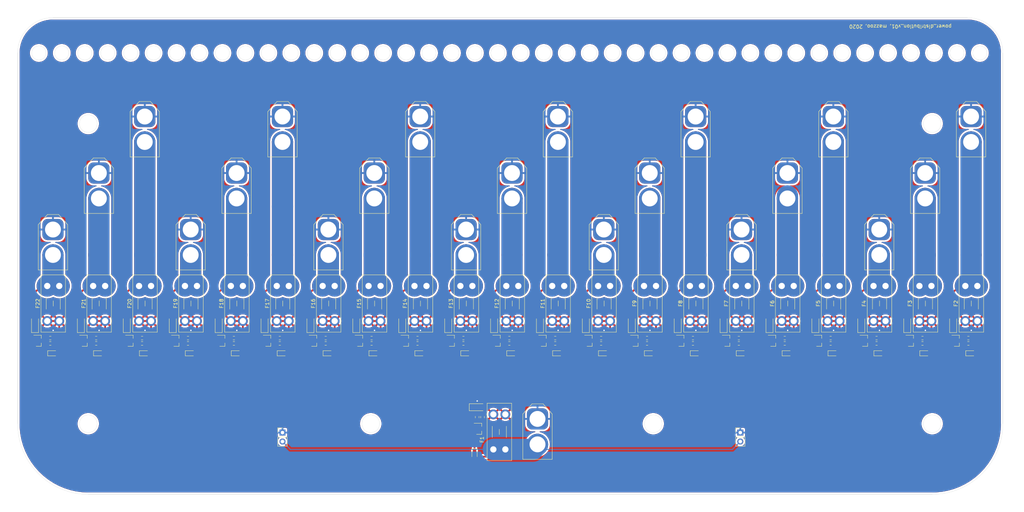
<source format=kicad_pcb>
(kicad_pcb (version 20171130) (host pcbnew "(5.1.7)-1")
  (layers (0 F.Cu signal) (31 B.Cu signal) (34 B.Paste user) (35 F.Paste user) (36 B.SilkS user) (37 F.SilkS user) (38 B.Mask user) (39 F.Mask user) (44 Edge.Cuts user))
  (net 0 "")
  (net 1 VCC)
  (net 2 "Net-(D1-Pad1)")
  (net 3 +12V)
  (net 4 "Net-(D2-Pad1)")
  (net 5 "Net-(D3-Pad1)")
  (net 6 "Net-(D4-Pad2)")
  (net 7 "Net-(D4-Pad1)")
  (net 8 "Net-(D5-Pad1)")
  (net 9 "Net-(D6-Pad2)")
  (net 10 "Net-(D6-Pad1)")
  (net 11 "Net-(D7-Pad1)")
  (net 12 "Net-(D8-Pad2)")
  (net 13 "Net-(D8-Pad1)")
  (net 14 "Net-(D9-Pad1)")
  (net 15 "Net-(D10-Pad2)")
  (net 16 "Net-(D10-Pad1)")
  (net 17 "Net-(D11-Pad1)")
  (net 18 "Net-(D12-Pad2)")
  (net 19 "Net-(D12-Pad1)")
  (net 20 "Net-(D13-Pad1)")
  (net 21 "Net-(D14-Pad2)")
  (net 22 "Net-(D14-Pad1)")
  (net 23 "Net-(D15-Pad1)")
  (net 24 "Net-(D16-Pad2)")
  (net 25 "Net-(D16-Pad1)")
  (net 26 "Net-(D17-Pad1)")
  (net 27 "Net-(D18-Pad2)")
  (net 28 "Net-(D18-Pad1)")
  (net 29 "Net-(D19-Pad1)")
  (net 30 "Net-(D20-Pad2)")
  (net 31 "Net-(D20-Pad1)")
  (net 32 "Net-(D21-Pad1)")
  (net 33 "Net-(D22-Pad2)")
  (net 34 "Net-(D22-Pad1)")
  (net 35 "Net-(D23-Pad1)")
  (net 36 "Net-(D24-Pad2)")
  (net 37 "Net-(D24-Pad1)")
  (net 38 "Net-(D25-Pad1)")
  (net 39 "Net-(D26-Pad2)")
  (net 40 "Net-(D26-Pad1)")
  (net 41 "Net-(D27-Pad1)")
  (net 42 "Net-(D28-Pad2)")
  (net 43 "Net-(D28-Pad1)")
  (net 44 "Net-(D29-Pad1)")
  (net 45 "Net-(D30-Pad2)")
  (net 46 "Net-(D30-Pad1)")
  (net 47 "Net-(D31-Pad1)")
  (net 48 "Net-(D32-Pad2)")
  (net 49 "Net-(D32-Pad1)")
  (net 50 "Net-(D33-Pad1)")
  (net 51 "Net-(D34-Pad2)")
  (net 52 "Net-(D34-Pad1)")
  (net 53 "Net-(D35-Pad1)")
  (net 54 "Net-(D36-Pad2)")
  (net 55 "Net-(D36-Pad1)")
  (net 56 "Net-(D37-Pad1)")
  (net 57 "Net-(D38-Pad2)")
  (net 58 "Net-(D38-Pad1)")
  (net 59 "Net-(D39-Pad1)")
  (net 60 "Net-(D40-Pad2)")
  (net 61 "Net-(D40-Pad1)")
  (net 62 "Net-(D41-Pad1)")
  (net 63 "Net-(D42-Pad2)")
  (net 64 "Net-(D42-Pad1)")
  (net 65 "Net-(D43-Pad1)")
  (net 66 "Net-(D44-Pad2)")
  (net 67 "Net-(D44-Pad1)")
  (net 68 GND)
  (net 69 "Net-(Q1-Pad3)")
  (net 70 "Net-(Q2-Pad3)")
  (net 71 "Net-(Q3-Pad3)")
  (net 72 "Net-(Q4-Pad3)")
  (net 73 "Net-(Q5-Pad3)")
  (net 74 "Net-(Q6-Pad3)")
  (net 75 "Net-(Q7-Pad3)")
  (net 76 "Net-(Q8-Pad3)")
  (net 77 "Net-(Q9-Pad3)")
  (net 78 "Net-(Q10-Pad3)")
  (net 79 "Net-(Q11-Pad3)")
  (net 80 "Net-(Q12-Pad3)")
  (net 81 "Net-(Q13-Pad3)")
  (net 82 "Net-(Q14-Pad3)")
  (net 83 "Net-(Q15-Pad3)")
  (net 84 "Net-(Q16-Pad3)")
  (net 85 "Net-(Q17-Pad3)")
  (net 86 "Net-(Q18-Pad3)")
  (net 87 "Net-(Q19-Pad3)")
  (net 88 "Net-(Q20-Pad3)")
  (net 89 "Net-(Q21-Pad3)")
  (net 90 "Net-(Q22-Pad3)")
  (module Connector_PinHeader_2.54mm:PinHeader_1x02_P2.54mm_Vertical (layer F.Cu) (at 279.65 190)
    (fp_text reference J102)
    (fp_text value Conn_01x02_Male)
    (pad 2 thru_hole oval (at 0 2.54) (size 1.7 1.7) (drill 1) (layers *.Cu *.Mask) (net 1 VCC))
    (pad 1 thru_hole rect (at 0 0) (size 1.7 1.7) (drill 1) (layers *.Cu *.Mask) (net 68 GND))
  )
  (module Connector_PinHeader_2.54mm:PinHeader_1x02_P2.54mm_Vertical (layer F.Cu) (at 150 190)
    (fp_text reference J101)
    (fp_text value Conn_01x02_Male)
    (pad 2 thru_hole oval (at 0 2.54) (size 1.7 1.7) (drill 1) (layers *.Cu *.Mask) (net 1 VCC))
    (pad 1 thru_hole rect (at 0 0) (size 1.7 1.7) (drill 1) (layers *.Cu *.Mask) (net 68 GND))
  )
  (module Resistor_SMD:R_0603_1608Metric (layer F.Cu) (at 84.238 163.234)
    (fp_text reference R44)
    (fp_text value 47k)
    (pad 2 smd roundrect (at 0.825 0) (size 0.8 0.95) (layers F.Cu F.Paste F.Mask) (net 68 GND))
    (pad 1 smd roundrect (at -0.825 0) (size 0.8 0.95) (layers F.Cu F.Paste F.Mask) (net 67 "Net-(D44-Pad1)"))
  )
  (module Resistor_SMD:R_0603_1608Metric (layer F.Cu) (at 84.238 164.758)
    (fp_text reference R43)
    (fp_text value 1k)
    (pad 2 smd roundrect (at 0.825 0) (size 0.8 0.95) (layers F.Cu F.Paste F.Mask) (net 68 GND))
    (pad 1 smd roundrect (at -0.825 0) (size 0.8 0.95) (layers F.Cu F.Paste F.Mask) (net 90 "Net-(Q22-Pad3)"))
  )
  (module Resistor_SMD:R_0603_1608Metric (layer F.Cu) (at 97.238 163.234)
    (fp_text reference R42)
    (fp_text value 47k)
    (pad 2 smd roundrect (at 0.825 0) (size 0.8 0.95) (layers F.Cu F.Paste F.Mask) (net 68 GND))
    (pad 1 smd roundrect (at -0.825 0) (size 0.8 0.95) (layers F.Cu F.Paste F.Mask) (net 64 "Net-(D42-Pad1)"))
  )
  (module Resistor_SMD:R_0603_1608Metric (layer F.Cu) (at 97.25 164.75)
    (fp_text reference R41)
    (fp_text value 1k)
    (pad 2 smd roundrect (at 0.825 0) (size 0.8 0.95) (layers F.Cu F.Paste F.Mask) (net 68 GND))
    (pad 1 smd roundrect (at -0.825 0) (size 0.8 0.95) (layers F.Cu F.Paste F.Mask) (net 89 "Net-(Q21-Pad3)"))
  )
  (module Resistor_SMD:R_0603_1608Metric (layer F.Cu) (at 110.238 163.234)
    (fp_text reference R40)
    (fp_text value 47k)
    (pad 2 smd roundrect (at 0.825 0) (size 0.8 0.95) (layers F.Cu F.Paste F.Mask) (net 68 GND))
    (pad 1 smd roundrect (at -0.825 0) (size 0.8 0.95) (layers F.Cu F.Paste F.Mask) (net 61 "Net-(D40-Pad1)"))
  )
  (module Resistor_SMD:R_0603_1608Metric (layer F.Cu) (at 110.238 164.758)
    (fp_text reference R39)
    (fp_text value 1k)
    (pad 2 smd roundrect (at 0.825 0) (size 0.8 0.95) (layers F.Cu F.Paste F.Mask) (net 68 GND))
    (pad 1 smd roundrect (at -0.825 0) (size 0.8 0.95) (layers F.Cu F.Paste F.Mask) (net 88 "Net-(Q20-Pad3)"))
  )
  (module Resistor_SMD:R_0603_1608Metric (layer F.Cu) (at 123.238 163.234)
    (fp_text reference R38)
    (fp_text value 47k)
    (pad 2 smd roundrect (at 0.825 0) (size 0.8 0.95) (layers F.Cu F.Paste F.Mask) (net 68 GND))
    (pad 1 smd roundrect (at -0.825 0) (size 0.8 0.95) (layers F.Cu F.Paste F.Mask) (net 58 "Net-(D38-Pad1)"))
  )
  (module Resistor_SMD:R_0603_1608Metric (layer F.Cu) (at 123.238 164.758)
    (fp_text reference R37)
    (fp_text value 1k)
    (pad 2 smd roundrect (at 0.825 0) (size 0.8 0.95) (layers F.Cu F.Paste F.Mask) (net 68 GND))
    (pad 1 smd roundrect (at -0.825 0) (size 0.8 0.95) (layers F.Cu F.Paste F.Mask) (net 87 "Net-(Q19-Pad3)"))
  )
  (module Resistor_SMD:R_0603_1608Metric (layer F.Cu) (at 136.238 163.234)
    (fp_text reference R36)
    (fp_text value 47k)
    (pad 2 smd roundrect (at 0.825 0) (size 0.8 0.95) (layers F.Cu F.Paste F.Mask) (net 68 GND))
    (pad 1 smd roundrect (at -0.825 0) (size 0.8 0.95) (layers F.Cu F.Paste F.Mask) (net 55 "Net-(D36-Pad1)"))
  )
  (module Resistor_SMD:R_0603_1608Metric (layer F.Cu) (at 136.238001 164.758)
    (fp_text reference R35)
    (fp_text value 1k)
    (pad 2 smd roundrect (at 0.825 0) (size 0.8 0.95) (layers F.Cu F.Paste F.Mask) (net 68 GND))
    (pad 1 smd roundrect (at -0.825 0) (size 0.8 0.95) (layers F.Cu F.Paste F.Mask) (net 86 "Net-(Q18-Pad3)"))
  )
  (module Resistor_SMD:R_0603_1608Metric (layer F.Cu) (at 149.238 163.234)
    (fp_text reference R34)
    (fp_text value 47k)
    (pad 2 smd roundrect (at 0.825 0) (size 0.8 0.95) (layers F.Cu F.Paste F.Mask) (net 68 GND))
    (pad 1 smd roundrect (at -0.825 0) (size 0.8 0.95) (layers F.Cu F.Paste F.Mask) (net 52 "Net-(D34-Pad1)"))
  )
  (module Resistor_SMD:R_0603_1608Metric (layer F.Cu) (at 149.238 164.758)
    (fp_text reference R33)
    (fp_text value 1k)
    (pad 2 smd roundrect (at 0.825 0) (size 0.8 0.95) (layers F.Cu F.Paste F.Mask) (net 68 GND))
    (pad 1 smd roundrect (at -0.825 0) (size 0.8 0.95) (layers F.Cu F.Paste F.Mask) (net 85 "Net-(Q17-Pad3)"))
  )
  (module Resistor_SMD:R_0603_1608Metric (layer F.Cu) (at 162.238 163.234)
    (fp_text reference R32)
    (fp_text value 47k)
    (pad 2 smd roundrect (at 0.825 0) (size 0.8 0.95) (layers F.Cu F.Paste F.Mask) (net 68 GND))
    (pad 1 smd roundrect (at -0.825 0) (size 0.8 0.95) (layers F.Cu F.Paste F.Mask) (net 49 "Net-(D32-Pad1)"))
  )
  (module Resistor_SMD:R_0603_1608Metric (layer F.Cu) (at 162.238 164.758)
    (fp_text reference R31)
    (fp_text value 1k)
    (pad 2 smd roundrect (at 0.825 0) (size 0.8 0.95) (layers F.Cu F.Paste F.Mask) (net 68 GND))
    (pad 1 smd roundrect (at -0.825 0) (size 0.8 0.95) (layers F.Cu F.Paste F.Mask) (net 84 "Net-(Q16-Pad3)"))
  )
  (module Resistor_SMD:R_0603_1608Metric (layer F.Cu) (at 175.238 163.234)
    (fp_text reference R30)
    (fp_text value 47k)
    (pad 2 smd roundrect (at 0.825 0) (size 0.8 0.95) (layers F.Cu F.Paste F.Mask) (net 68 GND))
    (pad 1 smd roundrect (at -0.825 0) (size 0.8 0.95) (layers F.Cu F.Paste F.Mask) (net 46 "Net-(D30-Pad1)"))
  )
  (module Resistor_SMD:R_0603_1608Metric (layer F.Cu) (at 175.238 164.758)
    (fp_text reference R29)
    (fp_text value 1k)
    (pad 2 smd roundrect (at 0.825 0) (size 0.8 0.95) (layers F.Cu F.Paste F.Mask) (net 68 GND))
    (pad 1 smd roundrect (at -0.825 0) (size 0.8 0.95) (layers F.Cu F.Paste F.Mask) (net 83 "Net-(Q15-Pad3)"))
  )
  (module Resistor_SMD:R_0603_1608Metric (layer F.Cu) (at 188.238 163.234)
    (fp_text reference R28)
    (fp_text value 47k)
    (pad 2 smd roundrect (at 0.825 0) (size 0.8 0.95) (layers F.Cu F.Paste F.Mask) (net 68 GND))
    (pad 1 smd roundrect (at -0.825 0) (size 0.8 0.95) (layers F.Cu F.Paste F.Mask) (net 43 "Net-(D28-Pad1)"))
  )
  (module Resistor_SMD:R_0603_1608Metric (layer F.Cu) (at 188.238 164.758)
    (fp_text reference R27)
    (fp_text value 1k)
    (pad 2 smd roundrect (at 0.825 0) (size 0.8 0.95) (layers F.Cu F.Paste F.Mask) (net 68 GND))
    (pad 1 smd roundrect (at -0.825 0) (size 0.8 0.95) (layers F.Cu F.Paste F.Mask) (net 82 "Net-(Q14-Pad3)"))
  )
  (module Resistor_SMD:R_0603_1608Metric (layer F.Cu) (at 201.238 163.234)
    (fp_text reference R26)
    (fp_text value 47k)
    (pad 2 smd roundrect (at 0.825 0) (size 0.8 0.95) (layers F.Cu F.Paste F.Mask) (net 68 GND))
    (pad 1 smd roundrect (at -0.825 0) (size 0.8 0.95) (layers F.Cu F.Paste F.Mask) (net 40 "Net-(D26-Pad1)"))
  )
  (module Resistor_SMD:R_0603_1608Metric (layer F.Cu) (at 201.238 164.758)
    (fp_text reference R25)
    (fp_text value 1k)
    (pad 2 smd roundrect (at 0.825 0) (size 0.8 0.95) (layers F.Cu F.Paste F.Mask) (net 68 GND))
    (pad 1 smd roundrect (at -0.825 0) (size 0.8 0.95) (layers F.Cu F.Paste F.Mask) (net 81 "Net-(Q13-Pad3)"))
  )
  (module Resistor_SMD:R_0603_1608Metric (layer F.Cu) (at 214.238 163.234)
    (fp_text reference R24)
    (fp_text value 47k)
    (pad 2 smd roundrect (at 0.825 0) (size 0.8 0.95) (layers F.Cu F.Paste F.Mask) (net 68 GND))
    (pad 1 smd roundrect (at -0.825 0) (size 0.8 0.95) (layers F.Cu F.Paste F.Mask) (net 37 "Net-(D24-Pad1)"))
  )
  (module Resistor_SMD:R_0603_1608Metric (layer F.Cu) (at 214.238001 164.758)
    (fp_text reference R23)
    (fp_text value 1k)
    (pad 2 smd roundrect (at 0.825 0) (size 0.8 0.95) (layers F.Cu F.Paste F.Mask) (net 68 GND))
    (pad 1 smd roundrect (at -0.825 0) (size 0.8 0.95) (layers F.Cu F.Paste F.Mask) (net 80 "Net-(Q12-Pad3)"))
  )
  (module Resistor_SMD:R_0603_1608Metric (layer F.Cu) (at 227.238 163.234)
    (fp_text reference R22)
    (fp_text value 47k)
    (pad 2 smd roundrect (at 0.825 0) (size 0.8 0.95) (layers F.Cu F.Paste F.Mask) (net 68 GND))
    (pad 1 smd roundrect (at -0.825 0) (size 0.8 0.95) (layers F.Cu F.Paste F.Mask) (net 34 "Net-(D22-Pad1)"))
  )
  (module Resistor_SMD:R_0603_1608Metric (layer F.Cu) (at 227.238 164.758)
    (fp_text reference R21)
    (fp_text value 1k)
    (pad 2 smd roundrect (at 0.825 0) (size 0.8 0.95) (layers F.Cu F.Paste F.Mask) (net 68 GND))
    (pad 1 smd roundrect (at -0.825 0) (size 0.8 0.95) (layers F.Cu F.Paste F.Mask) (net 79 "Net-(Q11-Pad3)"))
  )
  (module Resistor_SMD:R_0603_1608Metric (layer F.Cu) (at 240.238 163.234)
    (fp_text reference R20)
    (fp_text value 47k)
    (pad 2 smd roundrect (at 0.825 0) (size 0.8 0.95) (layers F.Cu F.Paste F.Mask) (net 68 GND))
    (pad 1 smd roundrect (at -0.825 0) (size 0.8 0.95) (layers F.Cu F.Paste F.Mask) (net 31 "Net-(D20-Pad1)"))
  )
  (module Resistor_SMD:R_0603_1608Metric (layer F.Cu) (at 240.238 164.758)
    (fp_text reference R19)
    (fp_text value 1k)
    (pad 2 smd roundrect (at 0.825 0) (size 0.8 0.95) (layers F.Cu F.Paste F.Mask) (net 68 GND))
    (pad 1 smd roundrect (at -0.825 0) (size 0.8 0.95) (layers F.Cu F.Paste F.Mask) (net 78 "Net-(Q10-Pad3)"))
  )
  (module Resistor_SMD:R_0603_1608Metric (layer F.Cu) (at 253.238 163.234)
    (fp_text reference R18)
    (fp_text value 47k)
    (pad 2 smd roundrect (at 0.825 0) (size 0.8 0.95) (layers F.Cu F.Paste F.Mask) (net 68 GND))
    (pad 1 smd roundrect (at -0.825 0) (size 0.8 0.95) (layers F.Cu F.Paste F.Mask) (net 28 "Net-(D18-Pad1)"))
  )
  (module Resistor_SMD:R_0603_1608Metric (layer F.Cu) (at 253.238 164.758)
    (fp_text reference R17)
    (fp_text value 1k)
    (pad 2 smd roundrect (at 0.825 0) (size 0.8 0.95) (layers F.Cu F.Paste F.Mask) (net 68 GND))
    (pad 1 smd roundrect (at -0.825 0) (size 0.8 0.95) (layers F.Cu F.Paste F.Mask) (net 77 "Net-(Q9-Pad3)"))
  )
  (module Resistor_SMD:R_0603_1608Metric (layer F.Cu) (at 266.238 163.234)
    (fp_text reference R16)
    (fp_text value 47k)
    (pad 2 smd roundrect (at 0.825 0) (size 0.8 0.95) (layers F.Cu F.Paste F.Mask) (net 68 GND))
    (pad 1 smd roundrect (at -0.825 0) (size 0.8 0.95) (layers F.Cu F.Paste F.Mask) (net 25 "Net-(D16-Pad1)"))
  )
  (module Resistor_SMD:R_0603_1608Metric (layer F.Cu) (at 266.238 164.758)
    (fp_text reference R15)
    (fp_text value 1k)
    (pad 2 smd roundrect (at 0.825 0) (size 0.8 0.95) (layers F.Cu F.Paste F.Mask) (net 68 GND))
    (pad 1 smd roundrect (at -0.825 0) (size 0.8 0.95) (layers F.Cu F.Paste F.Mask) (net 76 "Net-(Q8-Pad3)"))
  )
  (module Resistor_SMD:R_0603_1608Metric (layer F.Cu) (at 279.238 163.234)
    (fp_text reference R14)
    (fp_text value 47k)
    (pad 2 smd roundrect (at 0.825 0) (size 0.8 0.95) (layers F.Cu F.Paste F.Mask) (net 68 GND))
    (pad 1 smd roundrect (at -0.825 0) (size 0.8 0.95) (layers F.Cu F.Paste F.Mask) (net 22 "Net-(D14-Pad1)"))
  )
  (module Resistor_SMD:R_0603_1608Metric (layer F.Cu) (at 279.238 164.758)
    (fp_text reference R13)
    (fp_text value 1k)
    (pad 2 smd roundrect (at 0.825 0) (size 0.8 0.95) (layers F.Cu F.Paste F.Mask) (net 68 GND))
    (pad 1 smd roundrect (at -0.825 0) (size 0.8 0.95) (layers F.Cu F.Paste F.Mask) (net 75 "Net-(Q7-Pad3)"))
  )
  (module Resistor_SMD:R_0603_1608Metric (layer F.Cu) (at 292.238 163.234)
    (fp_text reference R12)
    (fp_text value 47k)
    (pad 2 smd roundrect (at 0.825 0) (size 0.8 0.95) (layers F.Cu F.Paste F.Mask) (net 68 GND))
    (pad 1 smd roundrect (at -0.825 0) (size 0.8 0.95) (layers F.Cu F.Paste F.Mask) (net 19 "Net-(D12-Pad1)"))
  )
  (module Resistor_SMD:R_0603_1608Metric (layer F.Cu) (at 292.238 164.758)
    (fp_text reference R11)
    (fp_text value 1k)
    (pad 2 smd roundrect (at 0.825 0) (size 0.8 0.95) (layers F.Cu F.Paste F.Mask) (net 68 GND))
    (pad 1 smd roundrect (at -0.825 0) (size 0.8 0.95) (layers F.Cu F.Paste F.Mask) (net 74 "Net-(Q6-Pad3)"))
  )
  (module Resistor_SMD:R_0603_1608Metric (layer F.Cu) (at 305.238 163.234)
    (fp_text reference R10)
    (fp_text value 47k)
    (pad 2 smd roundrect (at 0.825 0) (size 0.8 0.95) (layers F.Cu F.Paste F.Mask) (net 68 GND))
    (pad 1 smd roundrect (at -0.825 0) (size 0.8 0.95) (layers F.Cu F.Paste F.Mask) (net 16 "Net-(D10-Pad1)"))
  )
  (module Resistor_SMD:R_0603_1608Metric (layer F.Cu) (at 305.238 164.758)
    (fp_text reference R9)
    (fp_text value 1k)
    (pad 2 smd roundrect (at 0.825 0) (size 0.8 0.95) (layers F.Cu F.Paste F.Mask) (net 68 GND))
    (pad 1 smd roundrect (at -0.825 0) (size 0.8 0.95) (layers F.Cu F.Paste F.Mask) (net 73 "Net-(Q5-Pad3)"))
  )
  (module Resistor_SMD:R_0603_1608Metric (layer F.Cu) (at 318.238 163.234)
    (fp_text reference R8)
    (fp_text value 47k)
    (pad 2 smd roundrect (at 0.825 0) (size 0.8 0.95) (layers F.Cu F.Paste F.Mask) (net 68 GND))
    (pad 1 smd roundrect (at -0.825 0) (size 0.8 0.95) (layers F.Cu F.Paste F.Mask) (net 13 "Net-(D8-Pad1)"))
  )
  (module Resistor_SMD:R_0603_1608Metric (layer F.Cu) (at 318.238 164.758)
    (fp_text reference R7)
    (fp_text value 1k)
    (pad 2 smd roundrect (at 0.825 0) (size 0.8 0.95) (layers F.Cu F.Paste F.Mask) (net 68 GND))
    (pad 1 smd roundrect (at -0.825 0) (size 0.8 0.95) (layers F.Cu F.Paste F.Mask) (net 72 "Net-(Q4-Pad3)"))
  )
  (module Resistor_SMD:R_0603_1608Metric (layer F.Cu) (at 331.238 163.234)
    (fp_text reference R6)
    (fp_text value 47k)
    (pad 2 smd roundrect (at 0.825 0) (size 0.8 0.95) (layers F.Cu F.Paste F.Mask) (net 68 GND))
    (pad 1 smd roundrect (at -0.825 0) (size 0.8 0.95) (layers F.Cu F.Paste F.Mask) (net 10 "Net-(D6-Pad1)"))
  )
  (module Resistor_SMD:R_0603_1608Metric (layer F.Cu) (at 331.238 164.758)
    (fp_text reference R5)
    (fp_text value 1k)
    (pad 2 smd roundrect (at 0.825 0) (size 0.8 0.95) (layers F.Cu F.Paste F.Mask) (net 68 GND))
    (pad 1 smd roundrect (at -0.825 0) (size 0.8 0.95) (layers F.Cu F.Paste F.Mask) (net 71 "Net-(Q3-Pad3)"))
  )
  (module Resistor_SMD:R_0603_1608Metric (layer F.Cu) (at 344.238 163.234)
    (fp_text reference R4)
    (fp_text value 47k)
    (pad 2 smd roundrect (at 0.825 0) (size 0.8 0.95) (layers F.Cu F.Paste F.Mask) (net 68 GND))
    (pad 1 smd roundrect (at -0.825 0) (size 0.8 0.95) (layers F.Cu F.Paste F.Mask) (net 7 "Net-(D4-Pad1)"))
  )
  (module Resistor_SMD:R_0603_1608Metric (layer F.Cu) (at 344.238 164.758)
    (fp_text reference R3)
    (fp_text value 1k)
    (pad 2 smd roundrect (at 0.825 0) (size 0.8 0.95) (layers F.Cu F.Paste F.Mask) (net 68 GND))
    (pad 1 smd roundrect (at -0.825 0) (size 0.8 0.95) (layers F.Cu F.Paste F.Mask) (net 70 "Net-(Q2-Pad3)"))
  )
  (module Package_TO_SOT_SMD:SOT-23 (layer F.Cu) (at 80.936 163.996)
    (fp_text reference Q22)
    (fp_text value S9012)
    (pad 3 smd rect (at 1 0) (size 0.9 0.8) (layers F.Cu F.Paste F.Mask) (net 90 "Net-(Q22-Pad3)"))
    (pad 2 smd rect (at -1 0.95) (size 0.9 0.8) (layers F.Cu F.Paste F.Mask) (net 65 "Net-(D43-Pad1)"))
    (pad 1 smd rect (at -1 -0.95) (size 0.9 0.8) (layers F.Cu F.Paste F.Mask) (net 67 "Net-(D44-Pad1)"))
  )
  (module Package_TO_SOT_SMD:SOT-23 (layer F.Cu) (at 93.936 163.996)
    (fp_text reference Q21)
    (fp_text value S9012)
    (pad 3 smd rect (at 1 0) (size 0.9 0.8) (layers F.Cu F.Paste F.Mask) (net 89 "Net-(Q21-Pad3)"))
    (pad 2 smd rect (at -1 0.95) (size 0.9 0.8) (layers F.Cu F.Paste F.Mask) (net 62 "Net-(D41-Pad1)"))
    (pad 1 smd rect (at -1 -0.95) (size 0.9 0.8) (layers F.Cu F.Paste F.Mask) (net 64 "Net-(D42-Pad1)"))
  )
  (module Package_TO_SOT_SMD:SOT-23 (layer F.Cu) (at 106.936 163.996)
    (fp_text reference Q20)
    (fp_text value S9012)
    (pad 3 smd rect (at 1 0) (size 0.9 0.8) (layers F.Cu F.Paste F.Mask) (net 88 "Net-(Q20-Pad3)"))
    (pad 2 smd rect (at -1 0.95) (size 0.9 0.8) (layers F.Cu F.Paste F.Mask) (net 59 "Net-(D39-Pad1)"))
    (pad 1 smd rect (at -1 -0.95) (size 0.9 0.8) (layers F.Cu F.Paste F.Mask) (net 61 "Net-(D40-Pad1)"))
  )
  (module Package_TO_SOT_SMD:SOT-23 (layer F.Cu) (at 119.936 163.996)
    (fp_text reference Q19)
    (fp_text value S9012)
    (pad 3 smd rect (at 1 0) (size 0.9 0.8) (layers F.Cu F.Paste F.Mask) (net 87 "Net-(Q19-Pad3)"))
    (pad 2 smd rect (at -1 0.95) (size 0.9 0.8) (layers F.Cu F.Paste F.Mask) (net 56 "Net-(D37-Pad1)"))
    (pad 1 smd rect (at -1 -0.95) (size 0.9 0.8) (layers F.Cu F.Paste F.Mask) (net 58 "Net-(D38-Pad1)"))
  )
  (module Package_TO_SOT_SMD:SOT-23 (layer F.Cu) (at 132.936 163.996)
    (fp_text reference Q18)
    (fp_text value S9012)
    (pad 3 smd rect (at 1 0) (size 0.9 0.8) (layers F.Cu F.Paste F.Mask) (net 86 "Net-(Q18-Pad3)"))
    (pad 2 smd rect (at -1 0.95) (size 0.9 0.8) (layers F.Cu F.Paste F.Mask) (net 53 "Net-(D35-Pad1)"))
    (pad 1 smd rect (at -1 -0.95) (size 0.9 0.8) (layers F.Cu F.Paste F.Mask) (net 55 "Net-(D36-Pad1)"))
  )
  (module Package_TO_SOT_SMD:SOT-23 (layer F.Cu) (at 145.936 163.996)
    (fp_text reference Q17)
    (fp_text value S9012)
    (pad 3 smd rect (at 1 0) (size 0.9 0.8) (layers F.Cu F.Paste F.Mask) (net 85 "Net-(Q17-Pad3)"))
    (pad 2 smd rect (at -1 0.95) (size 0.9 0.8) (layers F.Cu F.Paste F.Mask) (net 50 "Net-(D33-Pad1)"))
    (pad 1 smd rect (at -1 -0.95) (size 0.9 0.8) (layers F.Cu F.Paste F.Mask) (net 52 "Net-(D34-Pad1)"))
  )
  (module Package_TO_SOT_SMD:SOT-23 (layer F.Cu) (at 158.936 163.996)
    (fp_text reference Q16)
    (fp_text value S9012)
    (pad 3 smd rect (at 1 0) (size 0.9 0.8) (layers F.Cu F.Paste F.Mask) (net 84 "Net-(Q16-Pad3)"))
    (pad 2 smd rect (at -1 0.95) (size 0.9 0.8) (layers F.Cu F.Paste F.Mask) (net 47 "Net-(D31-Pad1)"))
    (pad 1 smd rect (at -1 -0.95) (size 0.9 0.8) (layers F.Cu F.Paste F.Mask) (net 49 "Net-(D32-Pad1)"))
  )
  (module Package_TO_SOT_SMD:SOT-23 (layer F.Cu) (at 171.936 163.996)
    (fp_text reference Q15)
    (fp_text value S9012)
    (pad 3 smd rect (at 1 0) (size 0.9 0.8) (layers F.Cu F.Paste F.Mask) (net 83 "Net-(Q15-Pad3)"))
    (pad 2 smd rect (at -1 0.95) (size 0.9 0.8) (layers F.Cu F.Paste F.Mask) (net 44 "Net-(D29-Pad1)"))
    (pad 1 smd rect (at -1 -0.95) (size 0.9 0.8) (layers F.Cu F.Paste F.Mask) (net 46 "Net-(D30-Pad1)"))
  )
  (module Package_TO_SOT_SMD:SOT-23 (layer F.Cu) (at 184.936 163.996)
    (fp_text reference Q14)
    (fp_text value S9012)
    (pad 3 smd rect (at 1 0) (size 0.9 0.8) (layers F.Cu F.Paste F.Mask) (net 82 "Net-(Q14-Pad3)"))
    (pad 2 smd rect (at -1 0.95) (size 0.9 0.8) (layers F.Cu F.Paste F.Mask) (net 41 "Net-(D27-Pad1)"))
    (pad 1 smd rect (at -1 -0.95) (size 0.9 0.8) (layers F.Cu F.Paste F.Mask) (net 43 "Net-(D28-Pad1)"))
  )
  (module Package_TO_SOT_SMD:SOT-23 (layer F.Cu) (at 197.936 163.996)
    (fp_text reference Q13)
    (fp_text value S9012)
    (pad 3 smd rect (at 1 0) (size 0.9 0.8) (layers F.Cu F.Paste F.Mask) (net 81 "Net-(Q13-Pad3)"))
    (pad 2 smd rect (at -1 0.95) (size 0.9 0.8) (layers F.Cu F.Paste F.Mask) (net 38 "Net-(D25-Pad1)"))
    (pad 1 smd rect (at -1 -0.95) (size 0.9 0.8) (layers F.Cu F.Paste F.Mask) (net 40 "Net-(D26-Pad1)"))
  )
  (module Package_TO_SOT_SMD:SOT-23 (layer F.Cu) (at 210.936 163.996)
    (fp_text reference Q12)
    (fp_text value S9012)
    (pad 3 smd rect (at 1 0) (size 0.9 0.8) (layers F.Cu F.Paste F.Mask) (net 80 "Net-(Q12-Pad3)"))
    (pad 2 smd rect (at -1 0.95) (size 0.9 0.8) (layers F.Cu F.Paste F.Mask) (net 35 "Net-(D23-Pad1)"))
    (pad 1 smd rect (at -1 -0.95) (size 0.9 0.8) (layers F.Cu F.Paste F.Mask) (net 37 "Net-(D24-Pad1)"))
  )
  (module Package_TO_SOT_SMD:SOT-23 (layer F.Cu) (at 223.936 163.996)
    (fp_text reference Q11)
    (fp_text value S9012)
    (pad 3 smd rect (at 1 0) (size 0.9 0.8) (layers F.Cu F.Paste F.Mask) (net 79 "Net-(Q11-Pad3)"))
    (pad 2 smd rect (at -1 0.95) (size 0.9 0.8) (layers F.Cu F.Paste F.Mask) (net 32 "Net-(D21-Pad1)"))
    (pad 1 smd rect (at -1 -0.95) (size 0.9 0.8) (layers F.Cu F.Paste F.Mask) (net 34 "Net-(D22-Pad1)"))
  )
  (module Package_TO_SOT_SMD:SOT-23 (layer F.Cu) (at 236.936 163.996)
    (fp_text reference Q10)
    (fp_text value S9012)
    (pad 3 smd rect (at 1 0) (size 0.9 0.8) (layers F.Cu F.Paste F.Mask) (net 78 "Net-(Q10-Pad3)"))
    (pad 2 smd rect (at -1 0.95) (size 0.9 0.8) (layers F.Cu F.Paste F.Mask) (net 29 "Net-(D19-Pad1)"))
    (pad 1 smd rect (at -1 -0.95) (size 0.9 0.8) (layers F.Cu F.Paste F.Mask) (net 31 "Net-(D20-Pad1)"))
  )
  (module Package_TO_SOT_SMD:SOT-23 (layer F.Cu) (at 249.936 163.996)
    (fp_text reference Q9)
    (fp_text value S9012)
    (pad 3 smd rect (at 1 0) (size 0.9 0.8) (layers F.Cu F.Paste F.Mask) (net 77 "Net-(Q9-Pad3)"))
    (pad 2 smd rect (at -1 0.95) (size 0.9 0.8) (layers F.Cu F.Paste F.Mask) (net 26 "Net-(D17-Pad1)"))
    (pad 1 smd rect (at -1 -0.95) (size 0.9 0.8) (layers F.Cu F.Paste F.Mask) (net 28 "Net-(D18-Pad1)"))
  )
  (module Package_TO_SOT_SMD:SOT-23 (layer F.Cu) (at 262.936 163.996)
    (fp_text reference Q8)
    (fp_text value S9012)
    (pad 3 smd rect (at 1 0) (size 0.9 0.8) (layers F.Cu F.Paste F.Mask) (net 76 "Net-(Q8-Pad3)"))
    (pad 2 smd rect (at -1 0.95) (size 0.9 0.8) (layers F.Cu F.Paste F.Mask) (net 23 "Net-(D15-Pad1)"))
    (pad 1 smd rect (at -1 -0.95) (size 0.9 0.8) (layers F.Cu F.Paste F.Mask) (net 25 "Net-(D16-Pad1)"))
  )
  (module Package_TO_SOT_SMD:SOT-23 (layer F.Cu) (at 275.936 163.996)
    (fp_text reference Q7)
    (fp_text value S9012)
    (pad 3 smd rect (at 1 0) (size 0.9 0.8) (layers F.Cu F.Paste F.Mask) (net 75 "Net-(Q7-Pad3)"))
    (pad 2 smd rect (at -1 0.95) (size 0.9 0.8) (layers F.Cu F.Paste F.Mask) (net 20 "Net-(D13-Pad1)"))
    (pad 1 smd rect (at -1 -0.95) (size 0.9 0.8) (layers F.Cu F.Paste F.Mask) (net 22 "Net-(D14-Pad1)"))
  )
  (module Package_TO_SOT_SMD:SOT-23 (layer F.Cu) (at 288.936 163.996)
    (fp_text reference Q6)
    (fp_text value S9012)
    (pad 3 smd rect (at 1 0) (size 0.9 0.8) (layers F.Cu F.Paste F.Mask) (net 74 "Net-(Q6-Pad3)"))
    (pad 2 smd rect (at -1 0.95) (size 0.9 0.8) (layers F.Cu F.Paste F.Mask) (net 17 "Net-(D11-Pad1)"))
    (pad 1 smd rect (at -1 -0.95) (size 0.9 0.8) (layers F.Cu F.Paste F.Mask) (net 19 "Net-(D12-Pad1)"))
  )
  (module Package_TO_SOT_SMD:SOT-23 (layer F.Cu) (at 301.936 163.996)
    (fp_text reference Q5)
    (fp_text value S9012)
    (pad 3 smd rect (at 1 0) (size 0.9 0.8) (layers F.Cu F.Paste F.Mask) (net 73 "Net-(Q5-Pad3)"))
    (pad 2 smd rect (at -1 0.95) (size 0.9 0.8) (layers F.Cu F.Paste F.Mask) (net 14 "Net-(D9-Pad1)"))
    (pad 1 smd rect (at -1 -0.95) (size 0.9 0.8) (layers F.Cu F.Paste F.Mask) (net 16 "Net-(D10-Pad1)"))
  )
  (module Package_TO_SOT_SMD:SOT-23 (layer F.Cu) (at 314.936 163.996)
    (fp_text reference Q4)
    (fp_text value S9012)
    (pad 3 smd rect (at 1 0) (size 0.9 0.8) (layers F.Cu F.Paste F.Mask) (net 72 "Net-(Q4-Pad3)"))
    (pad 2 smd rect (at -1 0.95) (size 0.9 0.8) (layers F.Cu F.Paste F.Mask) (net 11 "Net-(D7-Pad1)"))
    (pad 1 smd rect (at -1 -0.95) (size 0.9 0.8) (layers F.Cu F.Paste F.Mask) (net 13 "Net-(D8-Pad1)"))
  )
  (module Package_TO_SOT_SMD:SOT-23 (layer F.Cu) (at 327.936 163.996)
    (fp_text reference Q3)
    (fp_text value S9012)
    (pad 3 smd rect (at 1 0) (size 0.9 0.8) (layers F.Cu F.Paste F.Mask) (net 71 "Net-(Q3-Pad3)"))
    (pad 2 smd rect (at -1 0.95) (size 0.9 0.8) (layers F.Cu F.Paste F.Mask) (net 8 "Net-(D5-Pad1)"))
    (pad 1 smd rect (at -1 -0.95) (size 0.9 0.8) (layers F.Cu F.Paste F.Mask) (net 10 "Net-(D6-Pad1)"))
  )
  (module Package_TO_SOT_SMD:SOT-23 (layer F.Cu) (at 340.936 163.996)
    (fp_text reference Q2)
    (fp_text value S9012)
    (pad 3 smd rect (at 1 0) (size 0.9 0.8) (layers F.Cu F.Paste F.Mask) (net 70 "Net-(Q2-Pad3)"))
    (pad 2 smd rect (at -1 0.95) (size 0.9 0.8) (layers F.Cu F.Paste F.Mask) (net 5 "Net-(D3-Pad1)"))
    (pad 1 smd rect (at -1 -0.95) (size 0.9 0.8) (layers F.Cu F.Paste F.Mask) (net 7 "Net-(D4-Pad1)"))
  )
  (module Connector_AMASS:AMASS_XT60-F_1x02_P7.20mm_Vertical (layer F.Cu) (at 85 132.5 270)
    (fp_text reference J22)
    (fp_text value Conn_01x02_Female)
    (pad 1 thru_hole roundrect (at 0 0 270) (size 6 6) (drill 4.5) (layers *.Cu *.Mask) (net 68 GND))
    (pad 2 thru_hole circle (at 7.2 0 270) (size 6 6) (drill 4.5) (layers *.Cu *.Mask) (net 66 "Net-(D44-Pad2)"))
  )
  (module Connector_AMASS:AMASS_XT60-F_1x02_P7.20mm_Vertical (layer F.Cu) (at 98 116.5 270)
    (fp_text reference J21)
    (fp_text value Conn_01x02_Female)
    (pad 1 thru_hole roundrect (at 0 0 270) (size 6 6) (drill 4.5) (layers *.Cu *.Mask) (net 68 GND))
    (pad 2 thru_hole circle (at 7.2 0 270) (size 6 6) (drill 4.5) (layers *.Cu *.Mask) (net 63 "Net-(D42-Pad2)"))
  )
  (module Connector_AMASS:AMASS_XT60-F_1x02_P7.20mm_Vertical (layer F.Cu) (at 111 100.5 270)
    (fp_text reference J20)
    (fp_text value Conn_01x02_Female)
    (pad 1 thru_hole roundrect (at 0 0 270) (size 6 6) (drill 4.5) (layers *.Cu *.Mask) (net 68 GND))
    (pad 2 thru_hole circle (at 7.2 0 270) (size 6 6) (drill 4.5) (layers *.Cu *.Mask) (net 60 "Net-(D40-Pad2)"))
  )
  (module Connector_AMASS:AMASS_XT60-F_1x02_P7.20mm_Vertical (layer F.Cu) (at 124 132.5 270)
    (fp_text reference J19)
    (fp_text value Conn_01x02_Female)
    (pad 1 thru_hole roundrect (at 0 0 270) (size 6 6) (drill 4.5) (layers *.Cu *.Mask) (net 68 GND))
    (pad 2 thru_hole circle (at 7.2 0 270) (size 6 6) (drill 4.5) (layers *.Cu *.Mask) (net 57 "Net-(D38-Pad2)"))
  )
  (module Connector_AMASS:AMASS_XT60-F_1x02_P7.20mm_Vertical (layer F.Cu) (at 137 116.5 270)
    (fp_text reference J18)
    (fp_text value Conn_01x02_Female)
    (pad 1 thru_hole roundrect (at 0 0 270) (size 6 6) (drill 4.5) (layers *.Cu *.Mask) (net 68 GND))
    (pad 2 thru_hole circle (at 7.2 0 270) (size 6 6) (drill 4.5) (layers *.Cu *.Mask) (net 54 "Net-(D36-Pad2)"))
  )
  (module Connector_AMASS:AMASS_XT60-F_1x02_P7.20mm_Vertical (layer F.Cu) (at 150 100.5 270)
    (fp_text reference J17)
    (fp_text value Conn_01x02_Female)
    (pad 1 thru_hole roundrect (at 0 0 270) (size 6 6) (drill 4.5) (layers *.Cu *.Mask) (net 68 GND))
    (pad 2 thru_hole circle (at 7.2 0 270) (size 6 6) (drill 4.5) (layers *.Cu *.Mask) (net 51 "Net-(D34-Pad2)"))
  )
  (module Connector_AMASS:AMASS_XT60-F_1x02_P7.20mm_Vertical (layer F.Cu) (at 163 132.5 270)
    (fp_text reference J16)
    (fp_text value Conn_01x02_Female)
    (pad 1 thru_hole roundrect (at 0 0 270) (size 6 6) (drill 4.5) (layers *.Cu *.Mask) (net 68 GND))
    (pad 2 thru_hole circle (at 7.2 0 270) (size 6 6) (drill 4.5) (layers *.Cu *.Mask) (net 48 "Net-(D32-Pad2)"))
  )
  (module Connector_AMASS:AMASS_XT60-F_1x02_P7.20mm_Vertical (layer F.Cu) (at 176 116.5 270)
    (fp_text reference J15)
    (fp_text value Conn_01x02_Female)
    (pad 1 thru_hole roundrect (at 0 0 270) (size 6 6) (drill 4.5) (layers *.Cu *.Mask) (net 68 GND))
    (pad 2 thru_hole circle (at 7.2 0 270) (size 6 6) (drill 4.5) (layers *.Cu *.Mask) (net 45 "Net-(D30-Pad2)"))
  )
  (module Connector_AMASS:AMASS_XT60-F_1x02_P7.20mm_Vertical (layer F.Cu) (at 189 100.5 270)
    (fp_text reference J14)
    (fp_text value Conn_01x02_Female)
    (pad 1 thru_hole roundrect (at 0 0 270) (size 6 6) (drill 4.5) (layers *.Cu *.Mask) (net 68 GND))
    (pad 2 thru_hole circle (at 7.2 0 270) (size 6 6) (drill 4.5) (layers *.Cu *.Mask) (net 42 "Net-(D28-Pad2)"))
  )
  (module Connector_AMASS:AMASS_XT60-F_1x02_P7.20mm_Vertical (layer F.Cu) (at 202 132.5 270)
    (fp_text reference J13)
    (fp_text value Conn_01x02_Female)
    (pad 1 thru_hole roundrect (at 0 0 270) (size 6 6) (drill 4.5) (layers *.Cu *.Mask) (net 68 GND))
    (pad 2 thru_hole circle (at 7.2 0 270) (size 6 6) (drill 4.5) (layers *.Cu *.Mask) (net 39 "Net-(D26-Pad2)"))
  )
  (module Connector_AMASS:AMASS_XT60-F_1x02_P7.20mm_Vertical (layer F.Cu) (at 215 116.5 270)
    (fp_text reference J12)
    (fp_text value Conn_01x02_Female)
    (pad 1 thru_hole roundrect (at 0 0 270) (size 6 6) (drill 4.5) (layers *.Cu *.Mask) (net 68 GND))
    (pad 2 thru_hole circle (at 7.2 0 270) (size 6 6) (drill 4.5) (layers *.Cu *.Mask) (net 36 "Net-(D24-Pad2)"))
  )
  (module Connector_AMASS:AMASS_XT60-F_1x02_P7.20mm_Vertical (layer F.Cu) (at 228 100.5 270)
    (fp_text reference J11)
    (fp_text value Conn_01x02_Female)
    (pad 1 thru_hole roundrect (at 0 0 270) (size 6 6) (drill 4.5) (layers *.Cu *.Mask) (net 68 GND))
    (pad 2 thru_hole circle (at 7.2 0 270) (size 6 6) (drill 4.5) (layers *.Cu *.Mask) (net 33 "Net-(D22-Pad2)"))
  )
  (module Connector_AMASS:AMASS_XT60-F_1x02_P7.20mm_Vertical (layer F.Cu) (at 241 132.5 270)
    (fp_text reference J10)
    (fp_text value Conn_01x02_Female)
    (pad 1 thru_hole roundrect (at 0 0 270) (size 6 6) (drill 4.5) (layers *.Cu *.Mask) (net 68 GND))
    (pad 2 thru_hole circle (at 7.2 0 270) (size 6 6) (drill 4.5) (layers *.Cu *.Mask) (net 30 "Net-(D20-Pad2)"))
  )
  (module Connector_AMASS:AMASS_XT60-F_1x02_P7.20mm_Vertical (layer F.Cu) (at 254 116.5 270)
    (fp_text reference J9)
    (fp_text value Conn_01x02_Female)
    (pad 1 thru_hole roundrect (at 0 0 270) (size 6 6) (drill 4.5) (layers *.Cu *.Mask) (net 68 GND))
    (pad 2 thru_hole circle (at 7.2 0 270) (size 6 6) (drill 4.5) (layers *.Cu *.Mask) (net 27 "Net-(D18-Pad2)"))
  )
  (module Connector_AMASS:AMASS_XT60-F_1x02_P7.20mm_Vertical (layer F.Cu) (at 267 100.5 270)
    (fp_text reference J8)
    (fp_text value Conn_01x02_Female)
    (pad 1 thru_hole roundrect (at 0 0 270) (size 6 6) (drill 4.5) (layers *.Cu *.Mask) (net 68 GND))
    (pad 2 thru_hole circle (at 7.2 0 270) (size 6 6) (drill 4.5) (layers *.Cu *.Mask) (net 24 "Net-(D16-Pad2)"))
  )
  (module Connector_AMASS:AMASS_XT60-F_1x02_P7.20mm_Vertical (layer F.Cu) (at 280 132.5 270)
    (fp_text reference J7)
    (fp_text value Conn_01x02_Female)
    (pad 1 thru_hole roundrect (at 0 0 270) (size 6 6) (drill 4.5) (layers *.Cu *.Mask) (net 68 GND))
    (pad 2 thru_hole circle (at 7.2 0 270) (size 6 6) (drill 4.5) (layers *.Cu *.Mask) (net 21 "Net-(D14-Pad2)"))
  )
  (module Connector_AMASS:AMASS_XT60-F_1x02_P7.20mm_Vertical (layer F.Cu) (at 293 116.5 270)
    (fp_text reference J6)
    (fp_text value Conn_01x02_Female)
    (pad 1 thru_hole roundrect (at 0 0 270) (size 6 6) (drill 4.5) (layers *.Cu *.Mask) (net 68 GND))
    (pad 2 thru_hole circle (at 7.2 0 270) (size 6 6) (drill 4.5) (layers *.Cu *.Mask) (net 18 "Net-(D12-Pad2)"))
  )
  (module Connector_AMASS:AMASS_XT60-F_1x02_P7.20mm_Vertical (layer F.Cu) (at 306 100.5 270)
    (fp_text reference J5)
    (fp_text value Conn_01x02_Female)
    (pad 1 thru_hole roundrect (at 0 0 270) (size 6 6) (drill 4.5) (layers *.Cu *.Mask) (net 68 GND))
    (pad 2 thru_hole circle (at 7.2 0 270) (size 6 6) (drill 4.5) (layers *.Cu *.Mask) (net 15 "Net-(D10-Pad2)"))
  )
  (module Connector_AMASS:AMASS_XT60-F_1x02_P7.20mm_Vertical (layer F.Cu) (at 319 132.5 270)
    (fp_text reference J4)
    (fp_text value Conn_01x02_Female)
    (pad 1 thru_hole roundrect (at 0 0 270) (size 6 6) (drill 4.5) (layers *.Cu *.Mask) (net 68 GND))
    (pad 2 thru_hole circle (at 7.2 0 270) (size 6 6) (drill 4.5) (layers *.Cu *.Mask) (net 12 "Net-(D8-Pad2)"))
  )
  (module Connector_AMASS:AMASS_XT60-F_1x02_P7.20mm_Vertical (layer F.Cu) (at 332 116.5 270)
    (fp_text reference J3)
    (fp_text value Conn_01x02_Female)
    (pad 1 thru_hole roundrect (at 0 0 270) (size 6 6) (drill 4.5) (layers *.Cu *.Mask) (net 68 GND))
    (pad 2 thru_hole circle (at 7.2 0 270) (size 6 6) (drill 4.5) (layers *.Cu *.Mask) (net 9 "Net-(D6-Pad2)"))
  )
  (module Connector_AMASS:AMASS_XT60-F_1x02_P7.20mm_Vertical (layer F.Cu) (at 345 100.5 270)
    (fp_text reference J2)
    (fp_text value Conn_01x02_Female)
    (pad 1 thru_hole roundrect (at 0 0 270) (size 6 6) (drill 4.5) (layers *.Cu *.Mask) (net 68 GND))
    (pad 2 thru_hole circle (at 7.2 0 270) (size 6 6) (drill 4.5) (layers *.Cu *.Mask) (net 6 "Net-(D4-Pad2)"))
  )
  (module Fuse:Fuseholder_Blade_Mini_Keystone_3568 (layer F.Cu) (at 83.378 158.408 90)
    (fp_text reference F22 (at 4.96 -2.67 270) (layer F.SilkS))
    (fp_text value Fuse_Small)
    (pad 2 thru_hole circle (at 9.92 3.4 90) (size 2.78 2.78) (drill 1.78) (layers *.Cu *.Mask) (net 66 "Net-(D44-Pad2)"))
    (pad 2 thru_hole circle (at 9.92 0 90) (size 2.78 2.78) (drill 1.78) (layers *.Cu *.Mask) (net 66 "Net-(D44-Pad2)"))
    (pad 1 thru_hole circle (at 0 3.4 90) (size 2.78 2.78) (drill 1.78) (layers *.Cu *.Mask) (net 3 +12V))
    (pad 1 thru_hole circle (at 0 0 90) (size 2.78 2.78) (drill 1.78) (layers *.Cu *.Mask) (net 3 +12V))
  )
  (module Fuse:Fuseholder_Blade_Mini_Keystone_3568 (layer F.Cu) (at 96.378 158.408 90)
    (fp_text reference F21 (at 4.96 -2.67 270) (layer F.SilkS))
    (fp_text value Fuse_Small)
    (pad 2 thru_hole circle (at 9.92 3.4 90) (size 2.78 2.78) (drill 1.78) (layers *.Cu *.Mask) (net 63 "Net-(D42-Pad2)"))
    (pad 2 thru_hole circle (at 9.92 0 90) (size 2.78 2.78) (drill 1.78) (layers *.Cu *.Mask) (net 63 "Net-(D42-Pad2)"))
    (pad 1 thru_hole circle (at 0 3.4 90) (size 2.78 2.78) (drill 1.78) (layers *.Cu *.Mask) (net 3 +12V))
    (pad 1 thru_hole circle (at 0 0 90) (size 2.78 2.78) (drill 1.78) (layers *.Cu *.Mask) (net 3 +12V))
  )
  (module Fuse:Fuseholder_Blade_Mini_Keystone_3568 (layer F.Cu) (at 109.378 158.408 90)
    (fp_text reference F20 (at 4.96 -2.67 270) (layer F.SilkS))
    (fp_text value Fuse_Small)
    (pad 2 thru_hole circle (at 9.92 3.4 90) (size 2.78 2.78) (drill 1.78) (layers *.Cu *.Mask) (net 60 "Net-(D40-Pad2)"))
    (pad 2 thru_hole circle (at 9.92 0 90) (size 2.78 2.78) (drill 1.78) (layers *.Cu *.Mask) (net 60 "Net-(D40-Pad2)"))
    (pad 1 thru_hole circle (at 0 3.4 90) (size 2.78 2.78) (drill 1.78) (layers *.Cu *.Mask) (net 3 +12V))
    (pad 1 thru_hole circle (at 0 0 90) (size 2.78 2.78) (drill 1.78) (layers *.Cu *.Mask) (net 3 +12V))
  )
  (module Fuse:Fuseholder_Blade_Mini_Keystone_3568 (layer F.Cu) (at 122.378 158.408 90)
    (fp_text reference F19 (at 4.96 -2.67 270) (layer F.SilkS))
    (fp_text value Fuse_Small)
    (pad 2 thru_hole circle (at 9.92 3.4 90) (size 2.78 2.78) (drill 1.78) (layers *.Cu *.Mask) (net 57 "Net-(D38-Pad2)"))
    (pad 2 thru_hole circle (at 9.92 0 90) (size 2.78 2.78) (drill 1.78) (layers *.Cu *.Mask) (net 57 "Net-(D38-Pad2)"))
    (pad 1 thru_hole circle (at 0 3.4 90) (size 2.78 2.78) (drill 1.78) (layers *.Cu *.Mask) (net 3 +12V))
    (pad 1 thru_hole circle (at 0 0 90) (size 2.78 2.78) (drill 1.78) (layers *.Cu *.Mask) (net 3 +12V))
  )
  (module Fuse:Fuseholder_Blade_Mini_Keystone_3568 (layer F.Cu) (at 135.378 158.408 90)
    (fp_text reference F18 (at 4.96 -2.67 270) (layer F.SilkS))
    (fp_text value Fuse_Small)
    (pad 2 thru_hole circle (at 9.92 3.4 90) (size 2.78 2.78) (drill 1.78) (layers *.Cu *.Mask) (net 54 "Net-(D36-Pad2)"))
    (pad 2 thru_hole circle (at 9.92 0 90) (size 2.78 2.78) (drill 1.78) (layers *.Cu *.Mask) (net 54 "Net-(D36-Pad2)"))
    (pad 1 thru_hole circle (at 0 3.4 90) (size 2.78 2.78) (drill 1.78) (layers *.Cu *.Mask) (net 3 +12V))
    (pad 1 thru_hole circle (at 0 0 90) (size 2.78 2.78) (drill 1.78) (layers *.Cu *.Mask) (net 3 +12V))
  )
  (module Fuse:Fuseholder_Blade_Mini_Keystone_3568 (layer F.Cu) (at 148.378 158.408 90)
    (fp_text reference F17 (at 4.96 -2.67 270) (layer F.SilkS))
    (fp_text value Fuse_Small)
    (pad 2 thru_hole circle (at 9.92 3.4 90) (size 2.78 2.78) (drill 1.78) (layers *.Cu *.Mask) (net 51 "Net-(D34-Pad2)"))
    (pad 2 thru_hole circle (at 9.92 0 90) (size 2.78 2.78) (drill 1.78) (layers *.Cu *.Mask) (net 51 "Net-(D34-Pad2)"))
    (pad 1 thru_hole circle (at 0 3.4 90) (size 2.78 2.78) (drill 1.78) (layers *.Cu *.Mask) (net 3 +12V))
    (pad 1 thru_hole circle (at 0 0 90) (size 2.78 2.78) (drill 1.78) (layers *.Cu *.Mask) (net 3 +12V))
  )
  (module Fuse:Fuseholder_Blade_Mini_Keystone_3568 (layer F.Cu) (at 161.378 158.408 90)
    (fp_text reference F16 (at 4.96 -2.67 270) (layer F.SilkS))
    (fp_text value Fuse_Small)
    (pad 2 thru_hole circle (at 9.92 3.4 90) (size 2.78 2.78) (drill 1.78) (layers *.Cu *.Mask) (net 48 "Net-(D32-Pad2)"))
    (pad 2 thru_hole circle (at 9.92 0 90) (size 2.78 2.78) (drill 1.78) (layers *.Cu *.Mask) (net 48 "Net-(D32-Pad2)"))
    (pad 1 thru_hole circle (at 0 3.4 90) (size 2.78 2.78) (drill 1.78) (layers *.Cu *.Mask) (net 3 +12V))
    (pad 1 thru_hole circle (at 0 0 90) (size 2.78 2.78) (drill 1.78) (layers *.Cu *.Mask) (net 3 +12V))
  )
  (module Fuse:Fuseholder_Blade_Mini_Keystone_3568 (layer F.Cu) (at 174.378 158.408 90)
    (fp_text reference F15 (at 4.96 -2.67 270) (layer F.SilkS))
    (fp_text value Fuse_Small)
    (pad 2 thru_hole circle (at 9.92 3.4 90) (size 2.78 2.78) (drill 1.78) (layers *.Cu *.Mask) (net 45 "Net-(D30-Pad2)"))
    (pad 2 thru_hole circle (at 9.92 0 90) (size 2.78 2.78) (drill 1.78) (layers *.Cu *.Mask) (net 45 "Net-(D30-Pad2)"))
    (pad 1 thru_hole circle (at 0 3.4 90) (size 2.78 2.78) (drill 1.78) (layers *.Cu *.Mask) (net 3 +12V))
    (pad 1 thru_hole circle (at 0 0 90) (size 2.78 2.78) (drill 1.78) (layers *.Cu *.Mask) (net 3 +12V))
  )
  (module Fuse:Fuseholder_Blade_Mini_Keystone_3568 (layer F.Cu) (at 187.378 158.408 90)
    (fp_text reference F14 (at 4.96 -2.67 270) (layer F.SilkS))
    (fp_text value Fuse_Small)
    (pad 2 thru_hole circle (at 9.92 3.4 90) (size 2.78 2.78) (drill 1.78) (layers *.Cu *.Mask) (net 42 "Net-(D28-Pad2)"))
    (pad 2 thru_hole circle (at 9.92 0 90) (size 2.78 2.78) (drill 1.78) (layers *.Cu *.Mask) (net 42 "Net-(D28-Pad2)"))
    (pad 1 thru_hole circle (at 0 3.4 90) (size 2.78 2.78) (drill 1.78) (layers *.Cu *.Mask) (net 3 +12V))
    (pad 1 thru_hole circle (at 0 0 90) (size 2.78 2.78) (drill 1.78) (layers *.Cu *.Mask) (net 3 +12V))
  )
  (module Fuse:Fuseholder_Blade_Mini_Keystone_3568 (layer F.Cu) (at 200.378 158.408 90)
    (fp_text reference F13 (at 4.96 -2.67 270) (layer F.SilkS))
    (fp_text value Fuse_Small)
    (pad 2 thru_hole circle (at 9.92 3.4 90) (size 2.78 2.78) (drill 1.78) (layers *.Cu *.Mask) (net 39 "Net-(D26-Pad2)"))
    (pad 2 thru_hole circle (at 9.92 0 90) (size 2.78 2.78) (drill 1.78) (layers *.Cu *.Mask) (net 39 "Net-(D26-Pad2)"))
    (pad 1 thru_hole circle (at 0 3.4 90) (size 2.78 2.78) (drill 1.78) (layers *.Cu *.Mask) (net 3 +12V))
    (pad 1 thru_hole circle (at 0 0 90) (size 2.78 2.78) (drill 1.78) (layers *.Cu *.Mask) (net 3 +12V))
  )
  (module Fuse:Fuseholder_Blade_Mini_Keystone_3568 (layer F.Cu) (at 213.378 158.408 90)
    (fp_text reference F12 (at 4.96 -2.67 270) (layer F.SilkS))
    (fp_text value Fuse_Small)
    (pad 2 thru_hole circle (at 9.92 3.4 90) (size 2.78 2.78) (drill 1.78) (layers *.Cu *.Mask) (net 36 "Net-(D24-Pad2)"))
    (pad 2 thru_hole circle (at 9.92 0 90) (size 2.78 2.78) (drill 1.78) (layers *.Cu *.Mask) (net 36 "Net-(D24-Pad2)"))
    (pad 1 thru_hole circle (at 0 3.4 90) (size 2.78 2.78) (drill 1.78) (layers *.Cu *.Mask) (net 3 +12V))
    (pad 1 thru_hole circle (at 0 0 90) (size 2.78 2.78) (drill 1.78) (layers *.Cu *.Mask) (net 3 +12V))
  )
  (module Fuse:Fuseholder_Blade_Mini_Keystone_3568 (layer F.Cu) (at 226.378 158.408 90)
    (fp_text reference F11 (at 4.96 -2.67 270) (layer F.SilkS))
    (fp_text value Fuse_Small)
    (pad 2 thru_hole circle (at 9.92 3.4 90) (size 2.78 2.78) (drill 1.78) (layers *.Cu *.Mask) (net 33 "Net-(D22-Pad2)"))
    (pad 2 thru_hole circle (at 9.92 0 90) (size 2.78 2.78) (drill 1.78) (layers *.Cu *.Mask) (net 33 "Net-(D22-Pad2)"))
    (pad 1 thru_hole circle (at 0 3.4 90) (size 2.78 2.78) (drill 1.78) (layers *.Cu *.Mask) (net 3 +12V))
    (pad 1 thru_hole circle (at 0 0 90) (size 2.78 2.78) (drill 1.78) (layers *.Cu *.Mask) (net 3 +12V))
  )
  (module Fuse:Fuseholder_Blade_Mini_Keystone_3568 (layer F.Cu) (at 239.378 158.408 90)
    (fp_text reference F10 (at 4.96 -2.67 270) (layer F.SilkS))
    (fp_text value Fuse_Small)
    (pad 2 thru_hole circle (at 9.92 3.4 90) (size 2.78 2.78) (drill 1.78) (layers *.Cu *.Mask) (net 30 "Net-(D20-Pad2)"))
    (pad 2 thru_hole circle (at 9.92 0 90) (size 2.78 2.78) (drill 1.78) (layers *.Cu *.Mask) (net 30 "Net-(D20-Pad2)"))
    (pad 1 thru_hole circle (at 0 3.4 90) (size 2.78 2.78) (drill 1.78) (layers *.Cu *.Mask) (net 3 +12V))
    (pad 1 thru_hole circle (at 0 0 90) (size 2.78 2.78) (drill 1.78) (layers *.Cu *.Mask) (net 3 +12V))
  )
  (module Fuse:Fuseholder_Blade_Mini_Keystone_3568 (layer F.Cu) (at 252.378 158.408 90)
    (fp_text reference F9 (at 4.96 -2.67 270) (layer F.SilkS))
    (fp_text value Fuse_Small)
    (pad 2 thru_hole circle (at 9.92 3.4 90) (size 2.78 2.78) (drill 1.78) (layers *.Cu *.Mask) (net 27 "Net-(D18-Pad2)"))
    (pad 2 thru_hole circle (at 9.92 0 90) (size 2.78 2.78) (drill 1.78) (layers *.Cu *.Mask) (net 27 "Net-(D18-Pad2)"))
    (pad 1 thru_hole circle (at 0 3.4 90) (size 2.78 2.78) (drill 1.78) (layers *.Cu *.Mask) (net 3 +12V))
    (pad 1 thru_hole circle (at 0 0 90) (size 2.78 2.78) (drill 1.78) (layers *.Cu *.Mask) (net 3 +12V))
  )
  (module Fuse:Fuseholder_Blade_Mini_Keystone_3568 (layer F.Cu) (at 265.378 158.408 90)
    (fp_text reference F8 (at 4.96 -2.67 270) (layer F.SilkS))
    (fp_text value Fuse_Small)
    (pad 2 thru_hole circle (at 9.92 3.4 90) (size 2.78 2.78) (drill 1.78) (layers *.Cu *.Mask) (net 24 "Net-(D16-Pad2)"))
    (pad 2 thru_hole circle (at 9.92 0 90) (size 2.78 2.78) (drill 1.78) (layers *.Cu *.Mask) (net 24 "Net-(D16-Pad2)"))
    (pad 1 thru_hole circle (at 0 3.4 90) (size 2.78 2.78) (drill 1.78) (layers *.Cu *.Mask) (net 3 +12V))
    (pad 1 thru_hole circle (at 0 0 90) (size 2.78 2.78) (drill 1.78) (layers *.Cu *.Mask) (net 3 +12V))
  )
  (module Fuse:Fuseholder_Blade_Mini_Keystone_3568 (layer F.Cu) (at 278.378 158.408 90)
    (fp_text reference F7 (at 4.96 -2.67 270) (layer F.SilkS))
    (fp_text value Fuse_Small)
    (pad 2 thru_hole circle (at 9.92 3.4 90) (size 2.78 2.78) (drill 1.78) (layers *.Cu *.Mask) (net 21 "Net-(D14-Pad2)"))
    (pad 2 thru_hole circle (at 9.92 0 90) (size 2.78 2.78) (drill 1.78) (layers *.Cu *.Mask) (net 21 "Net-(D14-Pad2)"))
    (pad 1 thru_hole circle (at 0 3.4 90) (size 2.78 2.78) (drill 1.78) (layers *.Cu *.Mask) (net 3 +12V))
    (pad 1 thru_hole circle (at 0 0 90) (size 2.78 2.78) (drill 1.78) (layers *.Cu *.Mask) (net 3 +12V))
  )
  (module Fuse:Fuseholder_Blade_Mini_Keystone_3568 (layer F.Cu) (at 291.378 158.408 90)
    (fp_text reference F6 (at 4.96 -2.67 270) (layer F.SilkS))
    (fp_text value Fuse_Small)
    (pad 2 thru_hole circle (at 9.92 3.4 90) (size 2.78 2.78) (drill 1.78) (layers *.Cu *.Mask) (net 18 "Net-(D12-Pad2)"))
    (pad 2 thru_hole circle (at 9.92 0 90) (size 2.78 2.78) (drill 1.78) (layers *.Cu *.Mask) (net 18 "Net-(D12-Pad2)"))
    (pad 1 thru_hole circle (at 0 3.4 90) (size 2.78 2.78) (drill 1.78) (layers *.Cu *.Mask) (net 3 +12V))
    (pad 1 thru_hole circle (at 0 0 90) (size 2.78 2.78) (drill 1.78) (layers *.Cu *.Mask) (net 3 +12V))
  )
  (module Fuse:Fuseholder_Blade_Mini_Keystone_3568 (layer F.Cu) (at 304.378 158.408 90)
    (fp_text reference F5 (at 4.96 -2.67 270) (layer F.SilkS))
    (fp_text value Fuse_Small)
    (pad 2 thru_hole circle (at 9.92 3.4 90) (size 2.78 2.78) (drill 1.78) (layers *.Cu *.Mask) (net 15 "Net-(D10-Pad2)"))
    (pad 2 thru_hole circle (at 9.92 0 90) (size 2.78 2.78) (drill 1.78) (layers *.Cu *.Mask) (net 15 "Net-(D10-Pad2)"))
    (pad 1 thru_hole circle (at 0 3.4 90) (size 2.78 2.78) (drill 1.78) (layers *.Cu *.Mask) (net 3 +12V))
    (pad 1 thru_hole circle (at 0 0 90) (size 2.78 2.78) (drill 1.78) (layers *.Cu *.Mask) (net 3 +12V))
  )
  (module Fuse:Fuseholder_Blade_Mini_Keystone_3568 (layer F.Cu) (at 317.378 158.408 90)
    (fp_text reference F4 (at 4.96 -2.67 270) (layer F.SilkS))
    (fp_text value Fuse_Small)
    (pad 2 thru_hole circle (at 9.92 3.4 90) (size 2.78 2.78) (drill 1.78) (layers *.Cu *.Mask) (net 12 "Net-(D8-Pad2)"))
    (pad 2 thru_hole circle (at 9.92 0 90) (size 2.78 2.78) (drill 1.78) (layers *.Cu *.Mask) (net 12 "Net-(D8-Pad2)"))
    (pad 1 thru_hole circle (at 0 3.4 90) (size 2.78 2.78) (drill 1.78) (layers *.Cu *.Mask) (net 3 +12V))
    (pad 1 thru_hole circle (at 0 0 90) (size 2.78 2.78) (drill 1.78) (layers *.Cu *.Mask) (net 3 +12V))
  )
  (module Fuse:Fuseholder_Blade_Mini_Keystone_3568 (layer F.Cu) (at 330.378 158.408 90)
    (fp_text reference F3 (at 4.96 -2.67 270) (layer F.SilkS))
    (fp_text value Fuse_Small)
    (pad 2 thru_hole circle (at 9.92 3.4 90) (size 2.78 2.78) (drill 1.78) (layers *.Cu *.Mask) (net 9 "Net-(D6-Pad2)"))
    (pad 2 thru_hole circle (at 9.92 0 90) (size 2.78 2.78) (drill 1.78) (layers *.Cu *.Mask) (net 9 "Net-(D6-Pad2)"))
    (pad 1 thru_hole circle (at 0 3.4 90) (size 2.78 2.78) (drill 1.78) (layers *.Cu *.Mask) (net 3 +12V))
    (pad 1 thru_hole circle (at 0 0 90) (size 2.78 2.78) (drill 1.78) (layers *.Cu *.Mask) (net 3 +12V))
  )
  (module Fuse:Fuseholder_Blade_Mini_Keystone_3568 (layer F.Cu) (at 343.378 158.408 90)
    (fp_text reference F2 (at 4.96 -2.67 90) (layer F.SilkS))
    (fp_text value Fuse_Small)
    (pad 2 thru_hole circle (at 9.92 3.4 90) (size 2.78 2.78) (drill 1.78) (layers *.Cu *.Mask) (net 6 "Net-(D4-Pad2)"))
    (pad 2 thru_hole circle (at 9.92 0 90) (size 2.78 2.78) (drill 1.78) (layers *.Cu *.Mask) (net 6 "Net-(D4-Pad2)"))
    (pad 1 thru_hole circle (at 0 3.4 90) (size 2.78 2.78) (drill 1.78) (layers *.Cu *.Mask) (net 3 +12V))
    (pad 1 thru_hole circle (at 0 0 90) (size 2.78 2.78) (drill 1.78) (layers *.Cu *.Mask) (net 3 +12V))
  )
  (module Diode_SMD:D_SOD-123 (layer F.Cu) (at 79.92 159.424 90)
    (fp_text reference D44)
    (fp_text value 1N4148W)
    (pad 2 smd rect (at 1.65 0 90) (size 0.9 1.2) (layers F.Cu F.Paste F.Mask) (net 66 "Net-(D44-Pad2)"))
    (pad 1 smd rect (at -1.65 0 90) (size 0.9 1.2) (layers F.Cu F.Paste F.Mask) (net 67 "Net-(D44-Pad1)"))
  )
  (module LED_SMD:LED_0603_1608Metric (layer F.Cu) (at 84.9745 167.552)
    (fp_text reference D43)
    (fp_text value KT-0603R)
    (pad 2 smd roundrect (at 0.7875 0) (size 0.875 0.95) (layers F.Cu F.Paste F.Mask) (net 3 +12V))
    (pad 1 smd roundrect (at -0.7875 0) (size 0.875 0.95) (layers F.Cu F.Paste F.Mask) (net 65 "Net-(D43-Pad1)"))
  )
  (module Diode_SMD:D_SOD-123 (layer F.Cu) (at 92.92 159.424 90)
    (fp_text reference D42)
    (fp_text value 1N4148W)
    (pad 2 smd rect (at 1.65 0 90) (size 0.9 1.2) (layers F.Cu F.Paste F.Mask) (net 63 "Net-(D42-Pad2)"))
    (pad 1 smd rect (at -1.65 0 90) (size 0.9 1.2) (layers F.Cu F.Paste F.Mask) (net 64 "Net-(D42-Pad1)"))
  )
  (module LED_SMD:LED_0603_1608Metric (layer F.Cu) (at 97.974501 167.552)
    (fp_text reference D41)
    (fp_text value KT-0603R)
    (pad 2 smd roundrect (at 0.7875 0) (size 0.875 0.95) (layers F.Cu F.Paste F.Mask) (net 3 +12V))
    (pad 1 smd roundrect (at -0.7875 0) (size 0.875 0.95) (layers F.Cu F.Paste F.Mask) (net 62 "Net-(D41-Pad1)"))
  )
  (module Diode_SMD:D_SOD-123 (layer F.Cu) (at 105.92 159.424 90)
    (fp_text reference D40)
    (fp_text value 1N4148W)
    (pad 2 smd rect (at 1.65 0 90) (size 0.9 1.2) (layers F.Cu F.Paste F.Mask) (net 60 "Net-(D40-Pad2)"))
    (pad 1 smd rect (at -1.65 0 90) (size 0.9 1.2) (layers F.Cu F.Paste F.Mask) (net 61 "Net-(D40-Pad1)"))
  )
  (module LED_SMD:LED_0603_1608Metric (layer F.Cu) (at 110.9745 167.552)
    (fp_text reference D39)
    (fp_text value KT-0603R)
    (pad 2 smd roundrect (at 0.7875 0) (size 0.875 0.95) (layers F.Cu F.Paste F.Mask) (net 3 +12V))
    (pad 1 smd roundrect (at -0.7875 0) (size 0.875 0.95) (layers F.Cu F.Paste F.Mask) (net 59 "Net-(D39-Pad1)"))
  )
  (module Diode_SMD:D_SOD-123 (layer F.Cu) (at 118.92 159.424 90)
    (fp_text reference D38)
    (fp_text value 1N4148W)
    (pad 2 smd rect (at 1.65 0 90) (size 0.9 1.2) (layers F.Cu F.Paste F.Mask) (net 57 "Net-(D38-Pad2)"))
    (pad 1 smd rect (at -1.65 0 90) (size 0.9 1.2) (layers F.Cu F.Paste F.Mask) (net 58 "Net-(D38-Pad1)"))
  )
  (module LED_SMD:LED_0603_1608Metric (layer F.Cu) (at 123.9745 167.552)
    (fp_text reference D37)
    (fp_text value KT-0603R)
    (pad 2 smd roundrect (at 0.7875 0) (size 0.875 0.95) (layers F.Cu F.Paste F.Mask) (net 3 +12V))
    (pad 1 smd roundrect (at -0.7875 0) (size 0.875 0.95) (layers F.Cu F.Paste F.Mask) (net 56 "Net-(D37-Pad1)"))
  )
  (module Diode_SMD:D_SOD-123 (layer F.Cu) (at 131.92 159.424 90)
    (fp_text reference D36)
    (fp_text value 1N4148W)
    (pad 2 smd rect (at 1.65 0 90) (size 0.9 1.2) (layers F.Cu F.Paste F.Mask) (net 54 "Net-(D36-Pad2)"))
    (pad 1 smd rect (at -1.65 0 90) (size 0.9 1.2) (layers F.Cu F.Paste F.Mask) (net 55 "Net-(D36-Pad1)"))
  )
  (module LED_SMD:LED_0603_1608Metric (layer F.Cu) (at 136.974501 167.552)
    (fp_text reference D35)
    (fp_text value KT-0603R)
    (pad 2 smd roundrect (at 0.7875 0) (size 0.875 0.95) (layers F.Cu F.Paste F.Mask) (net 3 +12V))
    (pad 1 smd roundrect (at -0.7875 0) (size 0.875 0.95) (layers F.Cu F.Paste F.Mask) (net 53 "Net-(D35-Pad1)"))
  )
  (module Diode_SMD:D_SOD-123 (layer F.Cu) (at 144.92 159.424 90)
    (fp_text reference D34)
    (fp_text value 1N4148W)
    (pad 2 smd rect (at 1.65 0 90) (size 0.9 1.2) (layers F.Cu F.Paste F.Mask) (net 51 "Net-(D34-Pad2)"))
    (pad 1 smd rect (at -1.65 0 90) (size 0.9 1.2) (layers F.Cu F.Paste F.Mask) (net 52 "Net-(D34-Pad1)"))
  )
  (module LED_SMD:LED_0603_1608Metric (layer F.Cu) (at 149.9745 167.552)
    (fp_text reference D33)
    (fp_text value KT-0603R)
    (pad 2 smd roundrect (at 0.7875 0) (size 0.875 0.95) (layers F.Cu F.Paste F.Mask) (net 3 +12V))
    (pad 1 smd roundrect (at -0.7875 0) (size 0.875 0.95) (layers F.Cu F.Paste F.Mask) (net 50 "Net-(D33-Pad1)"))
  )
  (module Diode_SMD:D_SOD-123 (layer F.Cu) (at 157.92 159.424 90)
    (fp_text reference D32)
    (fp_text value 1N4148W)
    (pad 2 smd rect (at 1.65 0 90) (size 0.9 1.2) (layers F.Cu F.Paste F.Mask) (net 48 "Net-(D32-Pad2)"))
    (pad 1 smd rect (at -1.65 0 90) (size 0.9 1.2) (layers F.Cu F.Paste F.Mask) (net 49 "Net-(D32-Pad1)"))
  )
  (module LED_SMD:LED_0603_1608Metric (layer F.Cu) (at 162.9745 167.552)
    (fp_text reference D31)
    (fp_text value KT-0603R)
    (pad 2 smd roundrect (at 0.7875 0) (size 0.875 0.95) (layers F.Cu F.Paste F.Mask) (net 3 +12V))
    (pad 1 smd roundrect (at -0.7875 0) (size 0.875 0.95) (layers F.Cu F.Paste F.Mask) (net 47 "Net-(D31-Pad1)"))
  )
  (module Diode_SMD:D_SOD-123 (layer F.Cu) (at 170.92 159.424 90)
    (fp_text reference D30)
    (fp_text value 1N4148W)
    (pad 2 smd rect (at 1.65 0 90) (size 0.9 1.2) (layers F.Cu F.Paste F.Mask) (net 45 "Net-(D30-Pad2)"))
    (pad 1 smd rect (at -1.65 0 90) (size 0.9 1.2) (layers F.Cu F.Paste F.Mask) (net 46 "Net-(D30-Pad1)"))
  )
  (module LED_SMD:LED_0603_1608Metric (layer F.Cu) (at 175.9745 167.552)
    (fp_text reference D29)
    (fp_text value KT-0603R)
    (pad 2 smd roundrect (at 0.7875 0) (size 0.875 0.95) (layers F.Cu F.Paste F.Mask) (net 3 +12V))
    (pad 1 smd roundrect (at -0.7875 0) (size 0.875 0.95) (layers F.Cu F.Paste F.Mask) (net 44 "Net-(D29-Pad1)"))
  )
  (module Diode_SMD:D_SOD-123 (layer F.Cu) (at 183.92 159.424 90)
    (fp_text reference D28)
    (fp_text value 1N4148W)
    (pad 2 smd rect (at 1.65 0 90) (size 0.9 1.2) (layers F.Cu F.Paste F.Mask) (net 42 "Net-(D28-Pad2)"))
    (pad 1 smd rect (at -1.65 0 90) (size 0.9 1.2) (layers F.Cu F.Paste F.Mask) (net 43 "Net-(D28-Pad1)"))
  )
  (module LED_SMD:LED_0603_1608Metric (layer F.Cu) (at 188.9745 167.552)
    (fp_text reference D27)
    (fp_text value KT-0603R)
    (pad 2 smd roundrect (at 0.7875 0) (size 0.875 0.95) (layers F.Cu F.Paste F.Mask) (net 3 +12V))
    (pad 1 smd roundrect (at -0.7875 0) (size 0.875 0.95) (layers F.Cu F.Paste F.Mask) (net 41 "Net-(D27-Pad1)"))
  )
  (module Diode_SMD:D_SOD-123 (layer F.Cu) (at 196.92 159.424 90)
    (fp_text reference D26)
    (fp_text value 1N4148W)
    (pad 2 smd rect (at 1.65 0 90) (size 0.9 1.2) (layers F.Cu F.Paste F.Mask) (net 39 "Net-(D26-Pad2)"))
    (pad 1 smd rect (at -1.65 0 90) (size 0.9 1.2) (layers F.Cu F.Paste F.Mask) (net 40 "Net-(D26-Pad1)"))
  )
  (module LED_SMD:LED_0603_1608Metric (layer F.Cu) (at 201.9745 167.552)
    (fp_text reference D25)
    (fp_text value KT-0603R)
    (pad 2 smd roundrect (at 0.7875 0) (size 0.875 0.95) (layers F.Cu F.Paste F.Mask) (net 3 +12V))
    (pad 1 smd roundrect (at -0.7875 0) (size 0.875 0.95) (layers F.Cu F.Paste F.Mask) (net 38 "Net-(D25-Pad1)"))
  )
  (module Diode_SMD:D_SOD-123 (layer F.Cu) (at 209.92 159.424 90)
    (fp_text reference D24)
    (fp_text value 1N4148W)
    (pad 2 smd rect (at 1.65 0 90) (size 0.9 1.2) (layers F.Cu F.Paste F.Mask) (net 36 "Net-(D24-Pad2)"))
    (pad 1 smd rect (at -1.65 0 90) (size 0.9 1.2) (layers F.Cu F.Paste F.Mask) (net 37 "Net-(D24-Pad1)"))
  )
  (module LED_SMD:LED_0603_1608Metric (layer F.Cu) (at 214.974501 167.552)
    (fp_text reference D23)
    (fp_text value KT-0603R)
    (pad 2 smd roundrect (at 0.7875 0) (size 0.875 0.95) (layers F.Cu F.Paste F.Mask) (net 3 +12V))
    (pad 1 smd roundrect (at -0.7875 0) (size 0.875 0.95) (layers F.Cu F.Paste F.Mask) (net 35 "Net-(D23-Pad1)"))
  )
  (module Diode_SMD:D_SOD-123 (layer F.Cu) (at 222.92 159.424 90)
    (fp_text reference D22)
    (fp_text value 1N4148W)
    (pad 2 smd rect (at 1.65 0 90) (size 0.9 1.2) (layers F.Cu F.Paste F.Mask) (net 33 "Net-(D22-Pad2)"))
    (pad 1 smd rect (at -1.65 0 90) (size 0.9 1.2) (layers F.Cu F.Paste F.Mask) (net 34 "Net-(D22-Pad1)"))
  )
  (module LED_SMD:LED_0603_1608Metric (layer F.Cu) (at 227.9745 167.552)
    (fp_text reference D21)
    (fp_text value KT-0603R)
    (pad 2 smd roundrect (at 0.7875 0) (size 0.875 0.95) (layers F.Cu F.Paste F.Mask) (net 3 +12V))
    (pad 1 smd roundrect (at -0.7875 0) (size 0.875 0.95) (layers F.Cu F.Paste F.Mask) (net 32 "Net-(D21-Pad1)"))
  )
  (module Diode_SMD:D_SOD-123 (layer F.Cu) (at 235.92 159.424 90)
    (fp_text reference D20)
    (fp_text value 1N4148W)
    (pad 2 smd rect (at 1.65 0 90) (size 0.9 1.2) (layers F.Cu F.Paste F.Mask) (net 30 "Net-(D20-Pad2)"))
    (pad 1 smd rect (at -1.65 0 90) (size 0.9 1.2) (layers F.Cu F.Paste F.Mask) (net 31 "Net-(D20-Pad1)"))
  )
  (module LED_SMD:LED_0603_1608Metric (layer F.Cu) (at 240.9745 167.552)
    (fp_text reference D19)
    (fp_text value KT-0603R)
    (pad 2 smd roundrect (at 0.7875 0) (size 0.875 0.95) (layers F.Cu F.Paste F.Mask) (net 3 +12V))
    (pad 1 smd roundrect (at -0.7875 0) (size 0.875 0.95) (layers F.Cu F.Paste F.Mask) (net 29 "Net-(D19-Pad1)"))
  )
  (module Diode_SMD:D_SOD-123 (layer F.Cu) (at 248.92 159.424 90)
    (fp_text reference D18)
    (fp_text value 1N4148W)
    (pad 2 smd rect (at 1.65 0 90) (size 0.9 1.2) (layers F.Cu F.Paste F.Mask) (net 27 "Net-(D18-Pad2)"))
    (pad 1 smd rect (at -1.65 0 90) (size 0.9 1.2) (layers F.Cu F.Paste F.Mask) (net 28 "Net-(D18-Pad1)"))
  )
  (module LED_SMD:LED_0603_1608Metric (layer F.Cu) (at 253.9745 167.552)
    (fp_text reference D17)
    (fp_text value KT-0603R)
    (pad 2 smd roundrect (at 0.7875 0) (size 0.875 0.95) (layers F.Cu F.Paste F.Mask) (net 3 +12V))
    (pad 1 smd roundrect (at -0.7875 0) (size 0.875 0.95) (layers F.Cu F.Paste F.Mask) (net 26 "Net-(D17-Pad1)"))
  )
  (module Diode_SMD:D_SOD-123 (layer F.Cu) (at 261.92 159.424 90)
    (fp_text reference D16)
    (fp_text value 1N4148W)
    (pad 2 smd rect (at 1.65 0 90) (size 0.9 1.2) (layers F.Cu F.Paste F.Mask) (net 24 "Net-(D16-Pad2)"))
    (pad 1 smd rect (at -1.65 0 90) (size 0.9 1.2) (layers F.Cu F.Paste F.Mask) (net 25 "Net-(D16-Pad1)"))
  )
  (module LED_SMD:LED_0603_1608Metric (layer F.Cu) (at 266.9745 167.552)
    (fp_text reference D15)
    (fp_text value KT-0603R)
    (pad 2 smd roundrect (at 0.7875 0) (size 0.875 0.95) (layers F.Cu F.Paste F.Mask) (net 3 +12V))
    (pad 1 smd roundrect (at -0.7875 0) (size 0.875 0.95) (layers F.Cu F.Paste F.Mask) (net 23 "Net-(D15-Pad1)"))
  )
  (module Diode_SMD:D_SOD-123 (layer F.Cu) (at 274.92 159.424 90)
    (fp_text reference D14)
    (fp_text value 1N4148W)
    (pad 2 smd rect (at 1.65 0 90) (size 0.9 1.2) (layers F.Cu F.Paste F.Mask) (net 21 "Net-(D14-Pad2)"))
    (pad 1 smd rect (at -1.65 0 90) (size 0.9 1.2) (layers F.Cu F.Paste F.Mask) (net 22 "Net-(D14-Pad1)"))
  )
  (module LED_SMD:LED_0603_1608Metric (layer F.Cu) (at 279.9745 167.552)
    (fp_text reference D13)
    (fp_text value KT-0603R)
    (pad 2 smd roundrect (at 0.7875 0) (size 0.875 0.95) (layers F.Cu F.Paste F.Mask) (net 3 +12V))
    (pad 1 smd roundrect (at -0.7875 0) (size 0.875 0.95) (layers F.Cu F.Paste F.Mask) (net 20 "Net-(D13-Pad1)"))
  )
  (module Diode_SMD:D_SOD-123 (layer F.Cu) (at 287.92 159.424 90)
    (fp_text reference D12)
    (fp_text value 1N4148W)
    (pad 2 smd rect (at 1.65 0 90) (size 0.9 1.2) (layers F.Cu F.Paste F.Mask) (net 18 "Net-(D12-Pad2)"))
    (pad 1 smd rect (at -1.65 0 90) (size 0.9 1.2) (layers F.Cu F.Paste F.Mask) (net 19 "Net-(D12-Pad1)"))
  )
  (module LED_SMD:LED_0603_1608Metric (layer F.Cu) (at 292.9745 167.552)
    (fp_text reference D11)
    (fp_text value KT-0603R)
    (pad 2 smd roundrect (at 0.7875 0) (size 0.875 0.95) (layers F.Cu F.Paste F.Mask) (net 3 +12V))
    (pad 1 smd roundrect (at -0.7875 0) (size 0.875 0.95) (layers F.Cu F.Paste F.Mask) (net 17 "Net-(D11-Pad1)"))
  )
  (module Diode_SMD:D_SOD-123 (layer F.Cu) (at 300.92 159.424 90)
    (fp_text reference D10)
    (fp_text value 1N4148W)
    (pad 2 smd rect (at 1.65 0 90) (size 0.9 1.2) (layers F.Cu F.Paste F.Mask) (net 15 "Net-(D10-Pad2)"))
    (pad 1 smd rect (at -1.65 0 90) (size 0.9 1.2) (layers F.Cu F.Paste F.Mask) (net 16 "Net-(D10-Pad1)"))
  )
  (module LED_SMD:LED_0603_1608Metric (layer F.Cu) (at 305.9745 167.552)
    (fp_text reference D9)
    (fp_text value KT-0603R)
    (pad 2 smd roundrect (at 0.7875 0) (size 0.875 0.95) (layers F.Cu F.Paste F.Mask) (net 3 +12V))
    (pad 1 smd roundrect (at -0.7875 0) (size 0.875 0.95) (layers F.Cu F.Paste F.Mask) (net 14 "Net-(D9-Pad1)"))
  )
  (module Diode_SMD:D_SOD-123 (layer F.Cu) (at 313.92 159.424 90)
    (fp_text reference D8)
    (fp_text value 1N4148W)
    (pad 2 smd rect (at 1.65 0 90) (size 0.9 1.2) (layers F.Cu F.Paste F.Mask) (net 12 "Net-(D8-Pad2)"))
    (pad 1 smd rect (at -1.65 0 90) (size 0.9 1.2) (layers F.Cu F.Paste F.Mask) (net 13 "Net-(D8-Pad1)"))
  )
  (module LED_SMD:LED_0603_1608Metric (layer F.Cu) (at 318.9745 167.552)
    (fp_text reference D7)
    (fp_text value KT-0603R)
    (pad 2 smd roundrect (at 0.7875 0) (size 0.875 0.95) (layers F.Cu F.Paste F.Mask) (net 3 +12V))
    (pad 1 smd roundrect (at -0.7875 0) (size 0.875 0.95) (layers F.Cu F.Paste F.Mask) (net 11 "Net-(D7-Pad1)"))
  )
  (module Diode_SMD:D_SOD-123 (layer F.Cu) (at 326.92 159.424 90)
    (fp_text reference D6)
    (fp_text value 1N4148W)
    (pad 2 smd rect (at 1.65 0 90) (size 0.9 1.2) (layers F.Cu F.Paste F.Mask) (net 9 "Net-(D6-Pad2)"))
    (pad 1 smd rect (at -1.65 0 90) (size 0.9 1.2) (layers F.Cu F.Paste F.Mask) (net 10 "Net-(D6-Pad1)"))
  )
  (module LED_SMD:LED_0603_1608Metric (layer F.Cu) (at 331.9745 167.552)
    (fp_text reference D5)
    (fp_text value KT-0603R)
    (pad 2 smd roundrect (at 0.7875 0) (size 0.875 0.95) (layers F.Cu F.Paste F.Mask) (net 3 +12V))
    (pad 1 smd roundrect (at -0.7875 0) (size 0.875 0.95) (layers F.Cu F.Paste F.Mask) (net 8 "Net-(D5-Pad1)"))
  )
  (module Diode_SMD:D_SOD-123 (layer F.Cu) (at 339.92 159.424 90)
    (fp_text reference D4)
    (fp_text value 1N4148W)
    (pad 2 smd rect (at 1.65 0 90) (size 0.9 1.2) (layers F.Cu F.Paste F.Mask) (net 6 "Net-(D4-Pad2)"))
    (pad 1 smd rect (at -1.65 0 90) (size 0.9 1.2) (layers F.Cu F.Paste F.Mask) (net 7 "Net-(D4-Pad1)"))
  )
  (module LED_SMD:LED_0603_1608Metric (layer F.Cu) (at 344.9745 167.552)
    (fp_text reference D3)
    (fp_text value KT-0603R)
    (pad 2 smd roundrect (at 0.7875 0) (size 0.875 0.95) (layers F.Cu F.Paste F.Mask) (net 3 +12V))
    (pad 1 smd roundrect (at -0.7875 0) (size 0.875 0.95) (layers F.Cu F.Paste F.Mask) (net 5 "Net-(D3-Pad1)"))
  )
  (module Fuse:Fuseholder_Blade_Mini_Keystone_3568 (layer F.Cu) (at 209.714 194.77 90)
    (fp_text reference F1 (at 2.77 -3.214 90) (layer F.SilkS))
    (fp_text value Fuse_Small)
    (pad 2 thru_hole circle (at 9.92 3.4 90) (size 2.78 2.78) (drill 1.78) (layers *.Cu *.Mask) (net 3 +12V))
    (pad 2 thru_hole circle (at 9.92 0 90) (size 2.78 2.78) (drill 1.78) (layers *.Cu *.Mask) (net 3 +12V))
    (pad 1 thru_hole circle (at 0 3.4 90) (size 2.78 2.78) (drill 1.78) (layers *.Cu *.Mask) (net 1 VCC))
    (pad 1 thru_hole circle (at 0 0 90) (size 2.78 2.78) (drill 1.78) (layers *.Cu *.Mask) (net 1 VCC))
  )
  (module Resistor_SMD:R_0603_1608Metric (layer F.Cu) (at 205.142 185.626 90)
    (fp_text reference R2)
    (fp_text value 47k)
    (pad 2 smd roundrect (at 0.825 0 90) (size 0.8 0.95) (layers F.Cu F.Paste F.Mask) (net 68 GND))
    (pad 1 smd roundrect (at -0.825 0 90) (size 0.8 0.95) (layers F.Cu F.Paste F.Mask) (net 4 "Net-(D2-Pad1)"))
  )
  (module Resistor_SMD:R_0603_1608Metric (layer F.Cu) (at 206.666 185.626 90)
    (fp_text reference R1)
    (fp_text value 1k)
    (pad 2 smd roundrect (at 0.825 0 90) (size 0.8 0.95) (layers F.Cu F.Paste F.Mask) (net 68 GND))
    (pad 1 smd roundrect (at -0.825 0 90) (size 0.8 0.95) (layers F.Cu F.Paste F.Mask) (net 69 "Net-(Q1-Pad3)"))
  )
  (module Package_TO_SOT_SMD:SOT-23 (layer F.Cu) (at 205.65 188.928)
    (fp_text reference Q1)
    (fp_text value S9012)
    (pad 3 smd rect (at 1 0) (size 0.9 0.8) (layers F.Cu F.Paste F.Mask) (net 69 "Net-(Q1-Pad3)"))
    (pad 2 smd rect (at -1 0.95) (size 0.9 0.8) (layers F.Cu F.Paste F.Mask) (net 2 "Net-(D1-Pad1)"))
    (pad 1 smd rect (at -1 -0.95) (size 0.9 0.8) (layers F.Cu F.Paste F.Mask) (net 4 "Net-(D2-Pad1)"))
  )
  (module Connector_AMASS:AMASS_XT60-M_1x02_P7.20mm_Vertical (layer F.Cu) (at 222.21842 186.134 270)
    (fp_text reference J1)
    (fp_text value Conn_01x02_Male)
    (pad 1 thru_hole roundrect (at 0 0 270) (size 6 6) (drill 4.5) (layers *.Cu *.Mask) (net 68 GND))
    (pad 2 thru_hole circle (at 7.2 0 270) (size 6 6) (drill 4.5) (layers *.Cu *.Mask) (net 1 VCC))
  )
  (module Diode_SMD:D_SOD-123 (layer F.Cu) (at 205.142 182.832)
    (fp_text reference D2)
    (fp_text value 1N4148W)
    (pad 2 smd rect (at 1.65 0) (size 0.9 1.2) (layers F.Cu F.Paste F.Mask) (net 3 +12V))
    (pad 1 smd rect (at -1.65 0) (size 0.9 1.2) (layers F.Cu F.Paste F.Mask) (net 4 "Net-(D2-Pad1)"))
  )
  (module LED_SMD:LED_0603_1608Metric (layer F.Cu) (at 204.38 196.04 270)
    (fp_text reference D1)
    (fp_text value KT-0603R)
    (pad 2 smd roundrect (at 0.7875 0 270) (size 0.875 0.95) (layers F.Cu F.Paste F.Mask) (net 1 VCC))
    (pad 1 smd roundrect (at -0.7875 0 270) (size 0.875 0.95) (layers F.Cu F.Paste F.Mask) (net 2 "Net-(D1-Pad1)"))
  )
  (gr_circle (center 255 187.5) (end 255 185) (layer Edge.Cuts) (width 0.05))
  (gr_circle (center 175 187.5) (end 175 185) (layer Edge.Cuts) (width 0.05))
  (gr_text "power_distribution_v01, mazzoo, 2020" (at 325 75 180) (layer F.SilkS) (effects (font (size 1 1))))
  (gr_arc (start 344 82.5) (end 354 82.5) (angle -90) (layer Edge.Cuts) (width 0.05))
  (gr_arc (start 334 187.5) (end 334 207.5) (angle -90) (layer Edge.Cuts) (width 0.05))
  (gr_arc (start 95 187.5) (end 75 187.5) (angle -90) (layer Edge.Cuts) (width 0.05))
  (gr_arc (start 85 82.5) (end 85 72.5) (angle -90) (layer Edge.Cuts) (width 0.05))
  (gr_circle (center 95 102.5) (end 95 100) (layer Edge.Cuts) (width 0.05))
  (gr_circle (center 95 187.5) (end 95 185) (layer Edge.Cuts) (width 0.05))
  (gr_circle (center 334 187.5) (end 334 185) (layer Edge.Cuts) (width 0.05))
  (gr_circle (center 334 102.5) (end 334 100) (layer Edge.Cuts) (width 0.05))
  (gr_circle (center 347.5 82.5) (end 347.5 80.5) (layer Edge.Cuts) (width 0.05))
  (gr_circle (center 341 82.5) (end 341 80.5) (layer Edge.Cuts) (width 0.05))
  (gr_circle (center 334.5 82.5) (end 334.5 80.5) (layer Edge.Cuts) (width 0.05))
  (gr_circle (center 328 82.5) (end 328 80.5) (layer Edge.Cuts) (width 0.05))
  (gr_circle (center 321.5 82.5) (end 321.5 80.5) (layer Edge.Cuts) (width 0.05))
  (gr_circle (center 315 82.5) (end 315 80.5) (layer Edge.Cuts) (width 0.05))
  (gr_circle (center 308.5 82.5) (end 308.5 80.5) (layer Edge.Cuts) (width 0.05))
  (gr_circle (center 302 82.5) (end 302 80.5) (layer Edge.Cuts) (width 0.05))
  (gr_circle (center 295.5 82.5) (end 295.5 80.5) (layer Edge.Cuts) (width 0.05))
  (gr_circle (center 289 82.5) (end 289 80.5) (layer Edge.Cuts) (width 0.05))
  (gr_circle (center 282.5 82.5) (end 282.5 80.5) (layer Edge.Cuts) (width 0.05))
  (gr_circle (center 276 82.5) (end 276 80.5) (layer Edge.Cuts) (width 0.05))
  (gr_circle (center 269.5 82.5) (end 269.5 80.5) (layer Edge.Cuts) (width 0.05))
  (gr_circle (center 263 82.5) (end 263 80.5) (layer Edge.Cuts) (width 0.05))
  (gr_circle (center 256.5 82.5) (end 256.5 80.5) (layer Edge.Cuts) (width 0.05))
  (gr_circle (center 250 82.5) (end 250 80.5) (layer Edge.Cuts) (width 0.05))
  (gr_circle (center 243.5 82.5) (end 243.5 80.5) (layer Edge.Cuts) (width 0.05))
  (gr_circle (center 237 82.5) (end 237 80.5) (layer Edge.Cuts) (width 0.05))
  (gr_circle (center 230.5 82.5) (end 230.5 80.5) (layer Edge.Cuts) (width 0.05))
  (gr_circle (center 224 82.5) (end 224 80.5) (layer Edge.Cuts) (width 0.05))
  (gr_circle (center 217.5 82.5) (end 217.5 80.5) (layer Edge.Cuts) (width 0.05))
  (gr_circle (center 211 82.5) (end 211 80.5) (layer Edge.Cuts) (width 0.05))
  (gr_circle (center 204.5 82.5) (end 204.5 80.5) (layer Edge.Cuts) (width 0.05))
  (gr_circle (center 198 82.5) (end 198 80.5) (layer Edge.Cuts) (width 0.05))
  (gr_circle (center 191.5 82.5) (end 191.5 80.5) (layer Edge.Cuts) (width 0.05))
  (gr_circle (center 185 82.5) (end 185 80.5) (layer Edge.Cuts) (width 0.05))
  (gr_circle (center 178.5 82.5) (end 178.5 80.5) (layer Edge.Cuts) (width 0.05))
  (gr_circle (center 172 82.5) (end 172 80.5) (layer Edge.Cuts) (width 0.05))
  (gr_circle (center 165.5 82.5) (end 165.5 80.5) (layer Edge.Cuts) (width 0.05))
  (gr_circle (center 159 82.5) (end 159 80.5) (layer Edge.Cuts) (width 0.05))
  (gr_circle (center 152.5 82.5) (end 152.5 80.5) (layer Edge.Cuts) (width 0.05))
  (gr_circle (center 146 82.5) (end 146 80.5) (layer Edge.Cuts) (width 0.05))
  (gr_circle (center 139.5 82.5) (end 139.5 80.5) (layer Edge.Cuts) (width 0.05))
  (gr_circle (center 133 82.5) (end 133 80.5) (layer Edge.Cuts) (width 0.05))
  (gr_circle (center 126.5 82.5) (end 126.5 80.5) (layer Edge.Cuts) (width 0.05))
  (gr_circle (center 120 82.5) (end 120 80.5) (layer Edge.Cuts) (width 0.05))
  (gr_circle (center 113.5 82.5) (end 113.5 80.5) (layer Edge.Cuts) (width 0.05))
  (gr_circle (center 107 82.5) (end 107 80.5) (layer Edge.Cuts) (width 0.05))
  (gr_circle (center 100.5 82.5) (end 100.5 80.5) (layer Edge.Cuts) (width 0.05))
  (gr_circle (center 94 82.5) (end 94 80.5) (layer Edge.Cuts) (width 0.05))
  (gr_circle (center 87.5 82.5) (end 87.5 80.5) (layer Edge.Cuts) (width 0.05))
  (gr_line (start 85 72.5) (end 344 72.5) (layer Edge.Cuts) (width 0.1))
  (gr_line (start 75 187.5) (end 75 82.5) (layer Edge.Cuts) (width 0.1))
  (gr_line (start 334 207.5) (end 95 207.5) (layer Edge.Cuts) (width 0.1))
  (gr_line (start 354 82.5) (end 354 187.5) (layer Edge.Cuts) (width 0.1))
  (gr_circle (center 81 82.5) (end 81 80.5) (layer Edge.Cuts) (width 0.05))
  (segment (start 222.21842 193.334) (end 222.21842 193.44158) (width 6) (layer B.Cu) (net 1))
  (segment (start 220.89 194.77) (end 209.714 194.77) (width 6) (layer B.Cu) (net 1))
  (segment (start 222.21842 193.44158) (end 220.89 194.77) (width 6) (layer B.Cu) (net 1))
  (segment (start 207.6565 196.8275) (end 209.714 194.77) (width 0.5) (layer F.Cu) (net 1))
  (segment (start 204.38 196.8275) (end 207.6565 196.8275) (width 0.5) (layer F.Cu) (net 1))
  (segment (start 152.23 194.77) (end 209.714 194.77) (width 0.25) (layer B.Cu) (net 1))
  (segment (start 150 192.54) (end 152.23 194.77) (width 0.25) (layer B.Cu) (net 1))
  (segment (start 277.42 194.77) (end 220.89 194.77) (width 0.25) (layer B.Cu) (net 1))
  (segment (start 279.65 192.54) (end 277.42 194.77) (width 0.25) (layer B.Cu) (net 1))
  (segment (start 204.38 190.148) (end 204.65 189.878) (width 0.5) (layer F.Cu) (net 2))
  (segment (start 204.38 195.2525) (end 204.38 190.148) (width 0.5) (layer F.Cu) (net 2))
  (segment (start 346.778 166.536) (end 346.778 158.408) (width 0.5) (layer F.Cu) (net 3))
  (segment (start 345.762 167.552) (end 346.778 166.536) (width 0.5) (layer F.Cu) (net 3))
  (segment (start 343.378 158.408) (end 346.778 158.408) (width 0.5) (layer F.Cu) (net 3))
  (segment (start 333.778 166.536) (end 333.778 158.408) (width 0.5) (layer F.Cu) (net 3))
  (segment (start 332.762 167.552) (end 333.778 166.536) (width 0.5) (layer F.Cu) (net 3))
  (segment (start 330.378 158.408) (end 333.778 158.408) (width 0.5) (layer F.Cu) (net 3))
  (segment (start 320.778 166.536) (end 320.778 158.408) (width 0.5) (layer F.Cu) (net 3))
  (segment (start 319.762 167.552) (end 320.778 166.536) (width 0.5) (layer F.Cu) (net 3))
  (segment (start 317.378 158.408) (end 320.778 158.408) (width 0.5) (layer F.Cu) (net 3))
  (segment (start 307.778 166.536) (end 307.778 158.408) (width 0.5) (layer F.Cu) (net 3))
  (segment (start 306.762 167.552) (end 307.778 166.536) (width 0.5) (layer F.Cu) (net 3))
  (segment (start 304.378 158.408) (end 307.778 158.408) (width 0.5) (layer F.Cu) (net 3))
  (segment (start 294.778 166.536) (end 294.778 158.408) (width 0.5) (layer F.Cu) (net 3))
  (segment (start 293.762 167.552) (end 294.778 166.536) (width 0.5) (layer F.Cu) (net 3))
  (segment (start 291.378 158.408) (end 294.778 158.408) (width 0.5) (layer F.Cu) (net 3))
  (segment (start 281.778 166.536) (end 281.778 158.408) (width 0.5) (layer F.Cu) (net 3))
  (segment (start 280.762 167.552) (end 281.778 166.536) (width 0.5) (layer F.Cu) (net 3))
  (segment (start 278.378 158.408) (end 281.778 158.408) (width 0.5) (layer F.Cu) (net 3))
  (segment (start 268.778 166.536) (end 268.778 158.408) (width 0.5) (layer F.Cu) (net 3))
  (segment (start 267.762 167.552) (end 268.778 166.536) (width 0.5) (layer F.Cu) (net 3))
  (segment (start 265.378 158.408) (end 268.778 158.408) (width 0.5) (layer F.Cu) (net 3))
  (segment (start 255.778 166.536) (end 255.778 158.408) (width 0.5) (layer F.Cu) (net 3))
  (segment (start 254.762 167.552) (end 255.778 166.536) (width 0.5) (layer F.Cu) (net 3))
  (segment (start 252.378 158.408) (end 255.778 158.408) (width 0.5) (layer F.Cu) (net 3))
  (segment (start 242.778 166.536) (end 242.778 158.408) (width 0.5) (layer F.Cu) (net 3))
  (segment (start 241.762 167.552) (end 242.778 166.536) (width 0.5) (layer F.Cu) (net 3))
  (segment (start 239.378 158.408) (end 242.778 158.408) (width 0.5) (layer F.Cu) (net 3))
  (segment (start 229.778 166.536) (end 229.778 158.408) (width 0.5) (layer F.Cu) (net 3))
  (segment (start 228.762 167.552) (end 229.778 166.536) (width 0.5) (layer F.Cu) (net 3))
  (segment (start 226.378 158.408) (end 229.778 158.408) (width 0.5) (layer F.Cu) (net 3))
  (segment (start 216.778 166.536) (end 216.778 158.408) (width 0.5) (layer F.Cu) (net 3))
  (segment (start 215.762 167.552) (end 216.778 166.536) (width 0.5) (layer F.Cu) (net 3))
  (segment (start 213.378 158.408) (end 216.778 158.408) (width 0.5) (layer F.Cu) (net 3))
  (segment (start 203.778 166.536) (end 203.778 158.408) (width 0.5) (layer F.Cu) (net 3))
  (segment (start 202.762 167.552) (end 203.778 166.536) (width 0.5) (layer F.Cu) (net 3))
  (segment (start 200.378 158.408) (end 203.778 158.408) (width 0.5) (layer F.Cu) (net 3))
  (segment (start 190.778 166.536) (end 190.778 158.408) (width 0.5) (layer F.Cu) (net 3))
  (segment (start 189.762 167.552) (end 190.778 166.536) (width 0.5) (layer F.Cu) (net 3))
  (segment (start 187.378 158.408) (end 190.778 158.408) (width 0.5) (layer F.Cu) (net 3))
  (segment (start 177.778 166.536) (end 177.778 158.408) (width 0.5) (layer F.Cu) (net 3))
  (segment (start 176.762 167.552) (end 177.778 166.536) (width 0.5) (layer F.Cu) (net 3))
  (segment (start 174.378 158.408) (end 177.778 158.408) (width 0.5) (layer F.Cu) (net 3))
  (segment (start 164.778 166.536) (end 164.778 158.408) (width 0.5) (layer F.Cu) (net 3))
  (segment (start 163.762 167.552) (end 164.778 166.536) (width 0.5) (layer F.Cu) (net 3))
  (segment (start 161.378 158.408) (end 164.778 158.408) (width 0.5) (layer F.Cu) (net 3))
  (segment (start 151.778 166.536) (end 151.778 158.408) (width 0.5) (layer F.Cu) (net 3))
  (segment (start 150.762 167.552) (end 151.778 166.536) (width 0.5) (layer F.Cu) (net 3))
  (segment (start 148.378 158.408) (end 151.778 158.408) (width 0.5) (layer F.Cu) (net 3))
  (segment (start 138.778 166.536) (end 138.778 158.408) (width 0.5) (layer F.Cu) (net 3))
  (segment (start 137.762 167.552) (end 138.778 166.536) (width 0.5) (layer F.Cu) (net 3))
  (segment (start 135.378 158.408) (end 138.778 158.408) (width 0.5) (layer F.Cu) (net 3))
  (segment (start 125.778 166.536) (end 125.778 158.408) (width 0.5) (layer F.Cu) (net 3))
  (segment (start 124.762 167.552) (end 125.778 166.536) (width 0.5) (layer F.Cu) (net 3))
  (segment (start 122.378 158.408) (end 125.778 158.408) (width 0.5) (layer F.Cu) (net 3))
  (segment (start 112.778 166.536) (end 112.778 158.408) (width 0.5) (layer F.Cu) (net 3))
  (segment (start 111.762 167.552) (end 112.778 166.536) (width 0.5) (layer F.Cu) (net 3))
  (segment (start 109.378 158.408) (end 112.778 158.408) (width 0.5) (layer F.Cu) (net 3))
  (segment (start 99.778 166.536) (end 99.778 158.408) (width 0.5) (layer F.Cu) (net 3))
  (segment (start 98.762 167.552) (end 99.778 166.536) (width 0.5) (layer F.Cu) (net 3))
  (segment (start 96.378 158.408) (end 99.778 158.408) (width 0.5) (layer F.Cu) (net 3))
  (segment (start 86.778 166.536) (end 86.778 158.408) (width 0.5) (layer F.Cu) (net 3))
  (segment (start 83.378 158.408) (end 86.778 158.408) (width 0.5) (layer F.Cu) (net 3))
  (segment (start 86.778 166.536) (end 85.762 167.552) (width 0.5) (layer F.Cu) (net 3))
  (segment (start 204.65 186.943) (end 205.142 186.451) (width 0.5) (layer F.Cu) (net 4))
  (segment (start 204.65 187.978) (end 204.65 186.943) (width 0.5) (layer F.Cu) (net 4))
  (segment (start 205.142 186.451) (end 204.443 186.451) (width 0.5) (layer F.Cu) (net 4))
  (segment (start 203.492 185.5) (end 203.492 182.832) (width 0.5) (layer F.Cu) (net 4))
  (segment (start 204.443 186.451) (end 203.492 185.5) (width 0.5) (layer F.Cu) (net 4))
  (segment (start 339.936 164.946) (end 339.936 166.298) (width 0.5) (layer F.Cu) (net 5))
  (segment (start 341.19 167.552) (end 344.187 167.552) (width 0.5) (layer F.Cu) (net 5))
  (segment (start 339.936 166.298) (end 341.19 167.552) (width 0.5) (layer F.Cu) (net 5))
  (segment (start 345 146.866) (end 343.378 148.488) (width 6) (layer F.Cu) (net 6))
  (segment (start 345 139.7) (end 345 146.866) (width 6) (layer F.Cu) (net 6))
  (segment (start 345.156 146.866) (end 345 146.866) (width 6) (layer F.Cu) (net 6))
  (segment (start 346.778 148.488) (end 345.156 146.866) (width 6) (layer F.Cu) (net 6))
  (segment (start 339.92 157.774) (end 339.92 150.28) (width 0.5) (layer F.Cu) (net 6))
  (segment (start 341.712 148.488) (end 343.378 148.488) (width 0.5) (layer F.Cu) (net 6))
  (segment (start 339.92 150.28) (end 341.712 148.488) (width 0.5) (layer F.Cu) (net 6))
  (segment (start 345 146.71) (end 346.778 148.488) (width 6) (layer B.Cu) (net 6))
  (segment (start 345 139.7) (end 345 146.71) (width 6) (layer B.Cu) (net 6))
  (segment (start 345 146.866) (end 345 146.71) (width 6) (layer B.Cu) (net 6))
  (segment (start 343.378 148.488) (end 345 146.866) (width 6) (layer B.Cu) (net 6))
  (segment (start 345 139.7) (end 345 107.7) (width 6) (layer F.Cu) (net 6))
  (segment (start 345 139.7) (end 345 107.7) (width 6) (layer B.Cu) (net 6))
  (segment (start 339.92 163.03) (end 339.936 163.046) (width 0.5) (layer F.Cu) (net 7))
  (segment (start 343.413 163.234) (end 343.413 163.171) (width 0.5) (layer F.Cu) (net 7))
  (segment (start 342.714 162.472) (end 339.92 162.472) (width 0.5) (layer F.Cu) (net 7))
  (segment (start 343.413 163.171) (end 342.714 162.472) (width 0.5) (layer F.Cu) (net 7))
  (segment (start 339.92 162.472) (end 339.92 163.03) (width 0.5) (layer F.Cu) (net 7))
  (segment (start 339.92 161.074) (end 339.92 162.472) (width 0.5) (layer F.Cu) (net 7))
  (segment (start 326.936 164.946) (end 326.936 166.298) (width 0.5) (layer F.Cu) (net 8))
  (segment (start 328.19 167.552) (end 331.187 167.552) (width 0.5) (layer F.Cu) (net 8))
  (segment (start 326.936 166.298) (end 328.19 167.552) (width 0.5) (layer F.Cu) (net 8))
  (segment (start 332 146.866) (end 330.378 148.488) (width 6) (layer F.Cu) (net 9))
  (segment (start 332 139.7) (end 332 146.866) (width 6) (layer F.Cu) (net 9))
  (segment (start 332.156 146.866) (end 332 146.866) (width 6) (layer F.Cu) (net 9))
  (segment (start 333.778 148.488) (end 332.156 146.866) (width 6) (layer F.Cu) (net 9))
  (segment (start 326.92 157.774) (end 326.92 150.28) (width 0.5) (layer F.Cu) (net 9))
  (segment (start 328.712 148.488) (end 330.378 148.488) (width 0.5) (layer F.Cu) (net 9))
  (segment (start 326.92 150.28) (end 328.712 148.488) (width 0.5) (layer F.Cu) (net 9))
  (segment (start 332 146.71) (end 333.778 148.488) (width 6) (layer B.Cu) (net 9))
  (segment (start 332 139.7) (end 332 146.71) (width 6) (layer B.Cu) (net 9))
  (segment (start 332 146.866) (end 332 146.71) (width 6) (layer B.Cu) (net 9))
  (segment (start 330.378 148.488) (end 332 146.866) (width 6) (layer B.Cu) (net 9))
  (segment (start 332 139.7) (end 332 123.7) (width 6) (layer F.Cu) (net 9))
  (segment (start 332 139.7) (end 332 123.7) (width 6) (layer B.Cu) (net 9))
  (segment (start 326.92 163.03) (end 326.936 163.046) (width 0.5) (layer F.Cu) (net 10))
  (segment (start 330.413 163.234) (end 330.413 163.171) (width 0.5) (layer F.Cu) (net 10))
  (segment (start 329.714 162.472) (end 326.92 162.472) (width 0.5) (layer F.Cu) (net 10))
  (segment (start 330.413 163.171) (end 329.714 162.472) (width 0.5) (layer F.Cu) (net 10))
  (segment (start 326.92 162.472) (end 326.92 163.03) (width 0.5) (layer F.Cu) (net 10))
  (segment (start 326.92 161.074) (end 326.92 162.472) (width 0.5) (layer F.Cu) (net 10))
  (segment (start 313.936 164.946) (end 313.936 166.298) (width 0.5) (layer F.Cu) (net 11))
  (segment (start 315.19 167.552) (end 318.187 167.552) (width 0.5) (layer F.Cu) (net 11))
  (segment (start 313.936 166.298) (end 315.19 167.552) (width 0.5) (layer F.Cu) (net 11))
  (segment (start 319 146.866) (end 317.378 148.488) (width 6) (layer F.Cu) (net 12))
  (segment (start 319 139.7) (end 319 146.866) (width 6) (layer F.Cu) (net 12))
  (segment (start 319.156 146.866) (end 319 146.866) (width 6) (layer F.Cu) (net 12))
  (segment (start 320.778 148.488) (end 319.156 146.866) (width 6) (layer F.Cu) (net 12))
  (segment (start 313.92 157.774) (end 313.92 150.28) (width 0.5) (layer F.Cu) (net 12))
  (segment (start 315.712 148.488) (end 317.378 148.488) (width 0.5) (layer F.Cu) (net 12))
  (segment (start 313.92 150.28) (end 315.712 148.488) (width 0.5) (layer F.Cu) (net 12))
  (segment (start 319 146.71) (end 320.778 148.488) (width 6) (layer B.Cu) (net 12))
  (segment (start 319 139.7) (end 319 146.71) (width 6) (layer B.Cu) (net 12))
  (segment (start 319 146.866) (end 319 146.71) (width 6) (layer B.Cu) (net 12))
  (segment (start 317.378 148.488) (end 319 146.866) (width 6) (layer B.Cu) (net 12))
  (segment (start 313.92 163.03) (end 313.936 163.046) (width 0.5) (layer F.Cu) (net 13))
  (segment (start 317.413 163.234) (end 317.413 163.171) (width 0.5) (layer F.Cu) (net 13))
  (segment (start 316.714 162.472) (end 313.92 162.472) (width 0.5) (layer F.Cu) (net 13))
  (segment (start 317.413 163.171) (end 316.714 162.472) (width 0.5) (layer F.Cu) (net 13))
  (segment (start 313.92 162.472) (end 313.92 163.03) (width 0.5) (layer F.Cu) (net 13))
  (segment (start 313.92 161.074) (end 313.92 162.472) (width 0.5) (layer F.Cu) (net 13))
  (segment (start 300.936 164.946) (end 300.936 166.298) (width 0.5) (layer F.Cu) (net 14))
  (segment (start 302.19 167.552) (end 305.187 167.552) (width 0.5) (layer F.Cu) (net 14))
  (segment (start 300.936 166.298) (end 302.19 167.552) (width 0.5) (layer F.Cu) (net 14))
  (segment (start 306 146.866) (end 304.378 148.488) (width 6) (layer F.Cu) (net 15))
  (segment (start 306 139.7) (end 306 146.866) (width 6) (layer F.Cu) (net 15))
  (segment (start 306.156 146.866) (end 306 146.866) (width 6) (layer F.Cu) (net 15))
  (segment (start 307.778 148.488) (end 306.156 146.866) (width 6) (layer F.Cu) (net 15))
  (segment (start 300.92 157.774) (end 300.92 150.28) (width 0.5) (layer F.Cu) (net 15))
  (segment (start 302.712 148.488) (end 304.378 148.488) (width 0.5) (layer F.Cu) (net 15))
  (segment (start 300.92 150.28) (end 302.712 148.488) (width 0.5) (layer F.Cu) (net 15))
  (segment (start 306 146.71) (end 307.778 148.488) (width 6) (layer B.Cu) (net 15))
  (segment (start 306 139.7) (end 306 146.71) (width 6) (layer B.Cu) (net 15))
  (segment (start 306 146.866) (end 306 146.71) (width 6) (layer B.Cu) (net 15))
  (segment (start 304.378 148.488) (end 306 146.866) (width 6) (layer B.Cu) (net 15))
  (segment (start 306 139.7) (end 306 107.7) (width 6) (layer F.Cu) (net 15))
  (segment (start 306 107.7) (end 306 139.7) (width 6) (layer B.Cu) (net 15))
  (segment (start 300.92 163.03) (end 300.936 163.046) (width 0.5) (layer F.Cu) (net 16))
  (segment (start 304.413 163.234) (end 304.413 163.171) (width 0.5) (layer F.Cu) (net 16))
  (segment (start 303.714 162.472) (end 300.92 162.472) (width 0.5) (layer F.Cu) (net 16))
  (segment (start 304.413 163.171) (end 303.714 162.472) (width 0.5) (layer F.Cu) (net 16))
  (segment (start 300.92 162.472) (end 300.92 163.03) (width 0.5) (layer F.Cu) (net 16))
  (segment (start 300.92 161.074) (end 300.92 162.472) (width 0.5) (layer F.Cu) (net 16))
  (segment (start 287.936 164.946) (end 287.936 166.298) (width 0.5) (layer F.Cu) (net 17))
  (segment (start 289.19 167.552) (end 292.187 167.552) (width 0.5) (layer F.Cu) (net 17))
  (segment (start 287.936 166.298) (end 289.19 167.552) (width 0.5) (layer F.Cu) (net 17))
  (segment (start 293 146.866) (end 291.378 148.488) (width 6) (layer F.Cu) (net 18))
  (segment (start 293 139.7) (end 293 146.866) (width 6) (layer F.Cu) (net 18))
  (segment (start 293.156 146.866) (end 293 146.866) (width 6) (layer F.Cu) (net 18))
  (segment (start 294.778 148.488) (end 293.156 146.866) (width 6) (layer F.Cu) (net 18))
  (segment (start 287.92 157.774) (end 287.92 150.28) (width 0.5) (layer F.Cu) (net 18))
  (segment (start 289.712 148.488) (end 291.378 148.488) (width 0.5) (layer F.Cu) (net 18))
  (segment (start 287.92 150.28) (end 289.712 148.488) (width 0.5) (layer F.Cu) (net 18))
  (segment (start 293 146.71) (end 294.778 148.488) (width 6) (layer B.Cu) (net 18))
  (segment (start 293 146.866) (end 293 146.71) (width 6) (layer B.Cu) (net 18))
  (segment (start 291.378 148.488) (end 293 146.866) (width 6) (layer B.Cu) (net 18))
  (segment (start 293 139.7) (end 293 123.7) (width 6) (layer F.Cu) (net 18))
  (segment (start 293 123) (end 293 123.7) (width 6) (layer B.Cu) (net 18))
  (segment (start 293 146.71) (end 293 123) (width 6) (layer B.Cu) (net 18))
  (segment (start 287.92 163.03) (end 287.936 163.046) (width 0.5) (layer F.Cu) (net 19))
  (segment (start 291.413 163.234) (end 291.413 163.171) (width 0.5) (layer F.Cu) (net 19))
  (segment (start 290.714 162.472) (end 287.92 162.472) (width 0.5) (layer F.Cu) (net 19))
  (segment (start 291.413 163.171) (end 290.714 162.472) (width 0.5) (layer F.Cu) (net 19))
  (segment (start 287.92 162.472) (end 287.92 163.03) (width 0.5) (layer F.Cu) (net 19))
  (segment (start 287.92 161.074) (end 287.92 162.472) (width 0.5) (layer F.Cu) (net 19))
  (segment (start 274.936 164.946) (end 274.936 166.298) (width 0.5) (layer F.Cu) (net 20))
  (segment (start 276.19 167.552) (end 279.187 167.552) (width 0.5) (layer F.Cu) (net 20))
  (segment (start 274.936 166.298) (end 276.19 167.552) (width 0.5) (layer F.Cu) (net 20))
  (segment (start 280 146.866) (end 278.378 148.488) (width 6) (layer F.Cu) (net 21))
  (segment (start 280 139.7) (end 280 146.866) (width 6) (layer F.Cu) (net 21))
  (segment (start 280.156 146.866) (end 280 146.866) (width 6) (layer F.Cu) (net 21))
  (segment (start 281.778 148.488) (end 280.156 146.866) (width 6) (layer F.Cu) (net 21))
  (segment (start 274.92 157.774) (end 274.92 150.28) (width 0.5) (layer F.Cu) (net 21))
  (segment (start 276.712 148.488) (end 278.378 148.488) (width 0.5) (layer F.Cu) (net 21))
  (segment (start 274.92 150.28) (end 276.712 148.488) (width 0.5) (layer F.Cu) (net 21))
  (segment (start 280 146.71) (end 281.778 148.488) (width 6) (layer B.Cu) (net 21))
  (segment (start 280 139.7) (end 280 146.71) (width 6) (layer B.Cu) (net 21))
  (segment (start 280 146.866) (end 280 146.71) (width 6) (layer B.Cu) (net 21))
  (segment (start 278.378 148.488) (end 280 146.866) (width 6) (layer B.Cu) (net 21))
  (segment (start 274.92 163.03) (end 274.936 163.046) (width 0.5) (layer F.Cu) (net 22))
  (segment (start 278.413 163.234) (end 278.413 163.171) (width 0.5) (layer F.Cu) (net 22))
  (segment (start 277.714 162.472) (end 274.92 162.472) (width 0.5) (layer F.Cu) (net 22))
  (segment (start 278.413 163.171) (end 277.714 162.472) (width 0.5) (layer F.Cu) (net 22))
  (segment (start 274.92 162.472) (end 274.92 163.03) (width 0.5) (layer F.Cu) (net 22))
  (segment (start 274.92 161.074) (end 274.92 162.472) (width 0.5) (layer F.Cu) (net 22))
  (segment (start 261.936 164.946) (end 261.936 166.298) (width 0.5) (layer F.Cu) (net 23))
  (segment (start 263.19 167.552) (end 266.187 167.552) (width 0.5) (layer F.Cu) (net 23))
  (segment (start 261.936 166.298) (end 263.19 167.552) (width 0.5) (layer F.Cu) (net 23))
  (segment (start 267 146.866) (end 265.378 148.488) (width 6) (layer F.Cu) (net 24))
  (segment (start 267 139.7) (end 267 146.866) (width 6) (layer F.Cu) (net 24))
  (segment (start 267.156 146.866) (end 267 146.866) (width 6) (layer F.Cu) (net 24))
  (segment (start 268.778 148.488) (end 267.156 146.866) (width 6) (layer F.Cu) (net 24))
  (segment (start 261.92 157.774) (end 261.92 150.28) (width 0.5) (layer F.Cu) (net 24))
  (segment (start 263.712 148.488) (end 265.378 148.488) (width 0.5) (layer F.Cu) (net 24))
  (segment (start 261.92 150.28) (end 263.712 148.488) (width 0.5) (layer F.Cu) (net 24))
  (segment (start 267 146.71) (end 268.778 148.488) (width 6) (layer B.Cu) (net 24))
  (segment (start 267 139.7) (end 267 146.71) (width 6) (layer B.Cu) (net 24))
  (segment (start 267 146.866) (end 267 146.71) (width 6) (layer B.Cu) (net 24))
  (segment (start 265.378 148.488) (end 267 146.866) (width 6) (layer B.Cu) (net 24))
  (segment (start 267 139.7) (end 267 107.7) (width 6) (layer F.Cu) (net 24))
  (segment (start 267 107.7) (end 267 139.7) (width 6) (layer B.Cu) (net 24))
  (segment (start 261.92 163.03) (end 261.936 163.046) (width 0.5) (layer F.Cu) (net 25))
  (segment (start 265.413 163.234) (end 265.413 163.171) (width 0.5) (layer F.Cu) (net 25))
  (segment (start 264.714 162.472) (end 261.92 162.472) (width 0.5) (layer F.Cu) (net 25))
  (segment (start 265.413 163.171) (end 264.714 162.472) (width 0.5) (layer F.Cu) (net 25))
  (segment (start 261.92 162.472) (end 261.92 163.03) (width 0.5) (layer F.Cu) (net 25))
  (segment (start 261.92 161.074) (end 261.92 162.472) (width 0.5) (layer F.Cu) (net 25))
  (segment (start 248.936 164.946) (end 248.936 166.298) (width 0.5) (layer F.Cu) (net 26))
  (segment (start 250.19 167.552) (end 253.187 167.552) (width 0.5) (layer F.Cu) (net 26))
  (segment (start 248.936 166.298) (end 250.19 167.552) (width 0.5) (layer F.Cu) (net 26))
  (segment (start 254 146.866) (end 252.378 148.488) (width 6) (layer F.Cu) (net 27))
  (segment (start 254 139.7) (end 254 146.866) (width 6) (layer F.Cu) (net 27))
  (segment (start 254.156 146.866) (end 254 146.866) (width 6) (layer F.Cu) (net 27))
  (segment (start 255.778 148.488) (end 254.156 146.866) (width 6) (layer F.Cu) (net 27))
  (segment (start 248.92 157.774) (end 248.92 150.28) (width 0.5) (layer F.Cu) (net 27))
  (segment (start 250.712 148.488) (end 252.378 148.488) (width 0.5) (layer F.Cu) (net 27))
  (segment (start 248.92 150.28) (end 250.712 148.488) (width 0.5) (layer F.Cu) (net 27))
  (segment (start 254 146.71) (end 255.778 148.488) (width 6) (layer B.Cu) (net 27))
  (segment (start 254 139.7) (end 254 146.71) (width 6) (layer B.Cu) (net 27))
  (segment (start 254 146.866) (end 254 146.71) (width 6) (layer B.Cu) (net 27))
  (segment (start 252.378 148.488) (end 254 146.866) (width 6) (layer B.Cu) (net 27))
  (segment (start 254 139.7) (end 254 123.7) (width 6) (layer F.Cu) (net 27))
  (segment (start 254 139.7) (end 254 123.7) (width 6) (layer B.Cu) (net 27))
  (segment (start 248.92 163.03) (end 248.936 163.046) (width 0.5) (layer F.Cu) (net 28))
  (segment (start 252.413 163.234) (end 252.413 163.171) (width 0.5) (layer F.Cu) (net 28))
  (segment (start 251.714 162.472) (end 248.92 162.472) (width 0.5) (layer F.Cu) (net 28))
  (segment (start 252.413 163.171) (end 251.714 162.472) (width 0.5) (layer F.Cu) (net 28))
  (segment (start 248.92 162.472) (end 248.92 163.03) (width 0.5) (layer F.Cu) (net 28))
  (segment (start 248.92 161.074) (end 248.92 162.472) (width 0.5) (layer F.Cu) (net 28))
  (segment (start 235.936 164.946) (end 235.936 166.298) (width 0.5) (layer F.Cu) (net 29))
  (segment (start 237.19 167.552) (end 240.187 167.552) (width 0.5) (layer F.Cu) (net 29))
  (segment (start 235.936 166.298) (end 237.19 167.552) (width 0.5) (layer F.Cu) (net 29))
  (segment (start 241 146.866) (end 239.378 148.488) (width 6) (layer F.Cu) (net 30))
  (segment (start 241 139.7) (end 241 146.866) (width 6) (layer F.Cu) (net 30))
  (segment (start 241.156 146.866) (end 241 146.866) (width 6) (layer F.Cu) (net 30))
  (segment (start 242.778 148.488) (end 241.156 146.866) (width 6) (layer F.Cu) (net 30))
  (segment (start 235.92 157.774) (end 235.92 150.28) (width 0.5) (layer F.Cu) (net 30))
  (segment (start 237.712 148.488) (end 239.378 148.488) (width 0.5) (layer F.Cu) (net 30))
  (segment (start 235.92 150.28) (end 237.712 148.488) (width 0.5) (layer F.Cu) (net 30))
  (segment (start 241 146.71) (end 242.778 148.488) (width 6) (layer B.Cu) (net 30))
  (segment (start 241 139.7) (end 241 146.71) (width 6) (layer B.Cu) (net 30))
  (segment (start 241 146.866) (end 241 146.71) (width 6) (layer B.Cu) (net 30))
  (segment (start 239.378 148.488) (end 241 146.866) (width 6) (layer B.Cu) (net 30))
  (segment (start 235.92 163.03) (end 235.936 163.046) (width 0.5) (layer F.Cu) (net 31))
  (segment (start 239.413 163.234) (end 239.413 163.171) (width 0.5) (layer F.Cu) (net 31))
  (segment (start 238.714 162.472) (end 235.92 162.472) (width 0.5) (layer F.Cu) (net 31))
  (segment (start 239.413 163.171) (end 238.714 162.472) (width 0.5) (layer F.Cu) (net 31))
  (segment (start 235.92 162.472) (end 235.92 163.03) (width 0.5) (layer F.Cu) (net 31))
  (segment (start 235.92 161.074) (end 235.92 162.472) (width 0.5) (layer F.Cu) (net 31))
  (segment (start 222.936 164.946) (end 222.936 166.298) (width 0.5) (layer F.Cu) (net 32))
  (segment (start 224.19 167.552) (end 227.187 167.552) (width 0.5) (layer F.Cu) (net 32))
  (segment (start 222.936 166.298) (end 224.19 167.552) (width 0.5) (layer F.Cu) (net 32))
  (segment (start 228 146.866) (end 226.378 148.488) (width 6) (layer F.Cu) (net 33))
  (segment (start 228 139.7) (end 228 146.866) (width 6) (layer F.Cu) (net 33))
  (segment (start 228.156 146.866) (end 228 146.866) (width 6) (layer F.Cu) (net 33))
  (segment (start 229.778 148.488) (end 228.156 146.866) (width 6) (layer F.Cu) (net 33))
  (segment (start 222.92 157.774) (end 222.92 150.28) (width 0.5) (layer F.Cu) (net 33))
  (segment (start 224.712 148.488) (end 226.378 148.488) (width 0.5) (layer F.Cu) (net 33))
  (segment (start 222.92 150.28) (end 224.712 148.488) (width 0.5) (layer F.Cu) (net 33))
  (segment (start 228 146.71) (end 229.778 148.488) (width 6) (layer B.Cu) (net 33))
  (segment (start 228 139.7) (end 228 146.71) (width 6) (layer B.Cu) (net 33))
  (segment (start 228 146.866) (end 228 146.71) (width 6) (layer B.Cu) (net 33))
  (segment (start 226.378 148.488) (end 228 146.866) (width 6) (layer B.Cu) (net 33))
  (segment (start 228 139.7) (end 228 107.7) (width 6) (layer F.Cu) (net 33))
  (segment (start 228 139.7) (end 228 107.7) (width 6) (layer B.Cu) (net 33))
  (segment (start 222.92 163.03) (end 222.936 163.046) (width 0.5) (layer F.Cu) (net 34))
  (segment (start 226.413 163.234) (end 226.413 163.171) (width 0.5) (layer F.Cu) (net 34))
  (segment (start 225.714 162.472) (end 222.92 162.472) (width 0.5) (layer F.Cu) (net 34))
  (segment (start 226.413 163.171) (end 225.714 162.472) (width 0.5) (layer F.Cu) (net 34))
  (segment (start 222.92 162.472) (end 222.92 163.03) (width 0.5) (layer F.Cu) (net 34))
  (segment (start 222.92 161.074) (end 222.92 162.472) (width 0.5) (layer F.Cu) (net 34))
  (segment (start 209.936 164.946) (end 209.936 166.298) (width 0.5) (layer F.Cu) (net 35))
  (segment (start 211.19 167.552) (end 214.187 167.552) (width 0.5) (layer F.Cu) (net 35))
  (segment (start 209.936 166.298) (end 211.19 167.552) (width 0.5) (layer F.Cu) (net 35))
  (segment (start 215 146.866) (end 213.378 148.488) (width 6) (layer F.Cu) (net 36))
  (segment (start 215 139.7) (end 215 146.866) (width 6) (layer F.Cu) (net 36))
  (segment (start 215.156 146.866) (end 215 146.866) (width 6) (layer F.Cu) (net 36))
  (segment (start 216.778 148.488) (end 215.156 146.866) (width 6) (layer F.Cu) (net 36))
  (segment (start 209.92 157.774) (end 209.92 150.28) (width 0.5) (layer F.Cu) (net 36))
  (segment (start 211.712 148.488) (end 213.378 148.488) (width 0.5) (layer F.Cu) (net 36))
  (segment (start 209.92 150.28) (end 211.712 148.488) (width 0.5) (layer F.Cu) (net 36))
  (segment (start 215 146.71) (end 216.778 148.488) (width 6) (layer B.Cu) (net 36))
  (segment (start 215 146.866) (end 215 146.71) (width 6) (layer B.Cu) (net 36))
  (segment (start 213.378 148.488) (end 215 146.866) (width 6) (layer B.Cu) (net 36))
  (segment (start 215 139.7) (end 215 123.7) (width 6) (layer F.Cu) (net 36))
  (segment (start 215 125) (end 215 123.7) (width 6) (layer B.Cu) (net 36))
  (segment (start 215 146.71) (end 215 125) (width 6) (layer B.Cu) (net 36))
  (segment (start 209.92 163.03) (end 209.936 163.046) (width 0.5) (layer F.Cu) (net 37))
  (segment (start 213.413 163.234) (end 213.413 163.171) (width 0.5) (layer F.Cu) (net 37))
  (segment (start 212.714 162.472) (end 209.92 162.472) (width 0.5) (layer F.Cu) (net 37))
  (segment (start 213.413 163.171) (end 212.714 162.472) (width 0.5) (layer F.Cu) (net 37))
  (segment (start 209.92 162.472) (end 209.92 163.03) (width 0.5) (layer F.Cu) (net 37))
  (segment (start 209.92 161.074) (end 209.92 162.472) (width 0.5) (layer F.Cu) (net 37))
  (segment (start 196.936 164.946) (end 196.936 166.298) (width 0.5) (layer F.Cu) (net 38))
  (segment (start 198.19 167.552) (end 201.187 167.552) (width 0.5) (layer F.Cu) (net 38))
  (segment (start 196.936 166.298) (end 198.19 167.552) (width 0.5) (layer F.Cu) (net 38))
  (segment (start 202 146.866) (end 200.378 148.488) (width 6) (layer F.Cu) (net 39))
  (segment (start 202 139.7) (end 202 146.866) (width 6) (layer F.Cu) (net 39))
  (segment (start 202.156 146.866) (end 202 146.866) (width 6) (layer F.Cu) (net 39))
  (segment (start 203.778 148.488) (end 202.156 146.866) (width 6) (layer F.Cu) (net 39))
  (segment (start 196.92 157.774) (end 196.92 150.28) (width 0.5) (layer F.Cu) (net 39))
  (segment (start 198.712 148.488) (end 200.378 148.488) (width 0.5) (layer F.Cu) (net 39))
  (segment (start 196.92 150.28) (end 198.712 148.488) (width 0.5) (layer F.Cu) (net 39))
  (segment (start 202 146.71) (end 203.778 148.488) (width 6) (layer B.Cu) (net 39))
  (segment (start 202 139.7) (end 202 146.71) (width 6) (layer B.Cu) (net 39))
  (segment (start 202 146.866) (end 202 146.71) (width 6) (layer B.Cu) (net 39))
  (segment (start 200.378 148.488) (end 202 146.866) (width 6) (layer B.Cu) (net 39))
  (segment (start 196.92 163.03) (end 196.936 163.046) (width 0.5) (layer F.Cu) (net 40))
  (segment (start 200.413 163.234) (end 200.413 163.171) (width 0.5) (layer F.Cu) (net 40))
  (segment (start 199.714 162.472) (end 196.92 162.472) (width 0.5) (layer F.Cu) (net 40))
  (segment (start 200.413 163.171) (end 199.714 162.472) (width 0.5) (layer F.Cu) (net 40))
  (segment (start 196.92 162.472) (end 196.92 163.03) (width 0.5) (layer F.Cu) (net 40))
  (segment (start 196.92 161.074) (end 196.92 162.472) (width 0.5) (layer F.Cu) (net 40))
  (segment (start 183.936 164.946) (end 183.936 166.298) (width 0.5) (layer F.Cu) (net 41))
  (segment (start 185.19 167.552) (end 188.187 167.552) (width 0.5) (layer F.Cu) (net 41))
  (segment (start 183.936 166.298) (end 185.19 167.552) (width 0.5) (layer F.Cu) (net 41))
  (segment (start 189 146.866) (end 187.378 148.488) (width 6) (layer F.Cu) (net 42))
  (segment (start 189 139.7) (end 189 146.866) (width 6) (layer F.Cu) (net 42))
  (segment (start 189.156 146.866) (end 189 146.866) (width 6) (layer F.Cu) (net 42))
  (segment (start 190.778 148.488) (end 189.156 146.866) (width 6) (layer F.Cu) (net 42))
  (segment (start 183.92 157.774) (end 183.92 150.28) (width 0.5) (layer F.Cu) (net 42))
  (segment (start 185.712 148.488) (end 187.378 148.488) (width 0.5) (layer F.Cu) (net 42))
  (segment (start 183.92 150.28) (end 185.712 148.488) (width 0.5) (layer F.Cu) (net 42))
  (segment (start 189 146.71) (end 190.778 148.488) (width 6) (layer B.Cu) (net 42))
  (segment (start 189 139.7) (end 189 146.71) (width 6) (layer B.Cu) (net 42))
  (segment (start 189 146.866) (end 189 146.71) (width 6) (layer B.Cu) (net 42))
  (segment (start 187.378 148.488) (end 189 146.866) (width 6) (layer B.Cu) (net 42))
  (segment (start 189 139.7) (end 189 107.7) (width 6) (layer F.Cu) (net 42))
  (segment (start 189 107.7) (end 189 139.7) (width 6) (layer B.Cu) (net 42))
  (segment (start 183.92 163.03) (end 183.936 163.046) (width 0.5) (layer F.Cu) (net 43))
  (segment (start 187.413 163.234) (end 187.413 163.171) (width 0.5) (layer F.Cu) (net 43))
  (segment (start 186.714 162.472) (end 183.92 162.472) (width 0.5) (layer F.Cu) (net 43))
  (segment (start 187.413 163.171) (end 186.714 162.472) (width 0.5) (layer F.Cu) (net 43))
  (segment (start 183.92 162.472) (end 183.92 163.03) (width 0.5) (layer F.Cu) (net 43))
  (segment (start 183.92 161.074) (end 183.92 162.472) (width 0.5) (layer F.Cu) (net 43))
  (segment (start 170.936 164.946) (end 170.936 166.298) (width 0.5) (layer F.Cu) (net 44))
  (segment (start 172.19 167.552) (end 175.187 167.552) (width 0.5) (layer F.Cu) (net 44))
  (segment (start 170.936 166.298) (end 172.19 167.552) (width 0.5) (layer F.Cu) (net 44))
  (segment (start 176 146.866) (end 174.378 148.488) (width 6) (layer F.Cu) (net 45))
  (segment (start 176 139.7) (end 176 146.866) (width 6) (layer F.Cu) (net 45))
  (segment (start 176.156 146.866) (end 176 146.866) (width 6) (layer F.Cu) (net 45))
  (segment (start 177.778 148.488) (end 176.156 146.866) (width 6) (layer F.Cu) (net 45))
  (segment (start 170.92 157.774) (end 170.92 150.28) (width 0.5) (layer F.Cu) (net 45))
  (segment (start 172.712 148.488) (end 174.378 148.488) (width 0.5) (layer F.Cu) (net 45))
  (segment (start 170.92 150.28) (end 172.712 148.488) (width 0.5) (layer F.Cu) (net 45))
  (segment (start 176 146.71) (end 177.778 148.488) (width 6) (layer B.Cu) (net 45))
  (segment (start 176 139.7) (end 176 146.71) (width 6) (layer B.Cu) (net 45))
  (segment (start 176 146.866) (end 176 146.71) (width 6) (layer B.Cu) (net 45))
  (segment (start 174.378 148.488) (end 176 146.866) (width 6) (layer B.Cu) (net 45))
  (segment (start 176 139.7) (end 176 123.7) (width 6) (layer F.Cu) (net 45))
  (segment (start 176 139.7) (end 176 123.7) (width 6) (layer B.Cu) (net 45))
  (segment (start 170.92 163.03) (end 170.936 163.046) (width 0.5) (layer F.Cu) (net 46))
  (segment (start 174.413 163.234) (end 174.413 163.171) (width 0.5) (layer F.Cu) (net 46))
  (segment (start 173.714 162.472) (end 170.92 162.472) (width 0.5) (layer F.Cu) (net 46))
  (segment (start 174.413 163.171) (end 173.714 162.472) (width 0.5) (layer F.Cu) (net 46))
  (segment (start 170.92 162.472) (end 170.92 163.03) (width 0.5) (layer F.Cu) (net 46))
  (segment (start 170.92 161.074) (end 170.92 162.472) (width 0.5) (layer F.Cu) (net 46))
  (segment (start 157.936 164.946) (end 157.936 166.298) (width 0.5) (layer F.Cu) (net 47))
  (segment (start 159.19 167.552) (end 162.187 167.552) (width 0.5) (layer F.Cu) (net 47))
  (segment (start 157.936 166.298) (end 159.19 167.552) (width 0.5) (layer F.Cu) (net 47))
  (segment (start 163 146.866) (end 161.378 148.488) (width 6) (layer F.Cu) (net 48))
  (segment (start 163 139.7) (end 163 146.866) (width 6) (layer F.Cu) (net 48))
  (segment (start 163.156 146.866) (end 163 146.866) (width 6) (layer F.Cu) (net 48))
  (segment (start 164.778 148.488) (end 163.156 146.866) (width 6) (layer F.Cu) (net 48))
  (segment (start 157.92 157.774) (end 157.92 150.28) (width 0.5) (layer F.Cu) (net 48))
  (segment (start 159.712 148.488) (end 161.378 148.488) (width 0.5) (layer F.Cu) (net 48))
  (segment (start 157.92 150.28) (end 159.712 148.488) (width 0.5) (layer F.Cu) (net 48))
  (segment (start 163 146.71) (end 164.778 148.488) (width 6) (layer B.Cu) (net 48))
  (segment (start 163 139.7) (end 163 146.71) (width 6) (layer B.Cu) (net 48))
  (segment (start 163 146.866) (end 163 146.71) (width 6) (layer B.Cu) (net 48))
  (segment (start 161.378 148.488) (end 163 146.866) (width 6) (layer B.Cu) (net 48))
  (segment (start 157.92 163.03) (end 157.936 163.046) (width 0.5) (layer F.Cu) (net 49))
  (segment (start 161.413 163.234) (end 161.413 163.171) (width 0.5) (layer F.Cu) (net 49))
  (segment (start 160.714 162.472) (end 157.92 162.472) (width 0.5) (layer F.Cu) (net 49))
  (segment (start 161.413 163.171) (end 160.714 162.472) (width 0.5) (layer F.Cu) (net 49))
  (segment (start 157.92 162.472) (end 157.92 163.03) (width 0.5) (layer F.Cu) (net 49))
  (segment (start 157.92 161.074) (end 157.92 162.472) (width 0.5) (layer F.Cu) (net 49))
  (segment (start 144.936 164.946) (end 144.936 166.298) (width 0.5) (layer F.Cu) (net 50))
  (segment (start 146.19 167.552) (end 149.187 167.552) (width 0.5) (layer F.Cu) (net 50))
  (segment (start 144.936 166.298) (end 146.19 167.552) (width 0.5) (layer F.Cu) (net 50))
  (segment (start 150 146.866) (end 148.378 148.488) (width 6) (layer F.Cu) (net 51))
  (segment (start 150 139.7) (end 150 146.866) (width 6) (layer F.Cu) (net 51))
  (segment (start 150.156 146.866) (end 150 146.866) (width 6) (layer F.Cu) (net 51))
  (segment (start 151.778 148.488) (end 150.156 146.866) (width 6) (layer F.Cu) (net 51))
  (segment (start 144.92 157.774) (end 144.92 150.28) (width 0.5) (layer F.Cu) (net 51))
  (segment (start 146.712 148.488) (end 148.378 148.488) (width 0.5) (layer F.Cu) (net 51))
  (segment (start 144.92 150.28) (end 146.712 148.488) (width 0.5) (layer F.Cu) (net 51))
  (segment (start 150 146.71) (end 151.778 148.488) (width 6) (layer B.Cu) (net 51))
  (segment (start 150 146.866) (end 150 146.71) (width 6) (layer B.Cu) (net 51))
  (segment (start 148.378 148.488) (end 150 146.866) (width 6) (layer B.Cu) (net 51))
  (segment (start 150 139.7) (end 150 107.7) (width 6) (layer F.Cu) (net 51))
  (segment (start 150 126) (end 150 107.7) (width 6) (layer B.Cu) (net 51))
  (segment (start 150 146.71) (end 150 126) (width 6) (layer B.Cu) (net 51))
  (segment (start 144.92 163.03) (end 144.936 163.046) (width 0.5) (layer F.Cu) (net 52))
  (segment (start 148.413 163.234) (end 148.413 163.171) (width 0.5) (layer F.Cu) (net 52))
  (segment (start 147.714 162.472) (end 144.92 162.472) (width 0.5) (layer F.Cu) (net 52))
  (segment (start 148.413 163.171) (end 147.714 162.472) (width 0.5) (layer F.Cu) (net 52))
  (segment (start 144.92 162.472) (end 144.92 163.03) (width 0.5) (layer F.Cu) (net 52))
  (segment (start 144.92 161.074) (end 144.92 162.472) (width 0.5) (layer F.Cu) (net 52))
  (segment (start 131.936 164.946) (end 131.936 166.298) (width 0.5) (layer F.Cu) (net 53))
  (segment (start 133.19 167.552) (end 136.187 167.552) (width 0.5) (layer F.Cu) (net 53))
  (segment (start 131.936 166.298) (end 133.19 167.552) (width 0.5) (layer F.Cu) (net 53))
  (segment (start 137 146.866) (end 135.378 148.488) (width 6) (layer F.Cu) (net 54))
  (segment (start 137 139.7) (end 137 146.866) (width 6) (layer F.Cu) (net 54))
  (segment (start 137.156 146.866) (end 137 146.866) (width 6) (layer F.Cu) (net 54))
  (segment (start 138.778 148.488) (end 137.156 146.866) (width 6) (layer F.Cu) (net 54))
  (segment (start 131.92 157.774) (end 131.92 150.28) (width 0.5) (layer F.Cu) (net 54))
  (segment (start 133.712 148.488) (end 135.378 148.488) (width 0.5) (layer F.Cu) (net 54))
  (segment (start 131.92 150.28) (end 133.712 148.488) (width 0.5) (layer F.Cu) (net 54))
  (segment (start 137 146.71) (end 138.778 148.488) (width 6) (layer B.Cu) (net 54))
  (segment (start 137 139.7) (end 137 146.71) (width 6) (layer B.Cu) (net 54))
  (segment (start 137 146.866) (end 137 146.71) (width 6) (layer B.Cu) (net 54))
  (segment (start 135.378 148.488) (end 137 146.866) (width 6) (layer B.Cu) (net 54))
  (segment (start 137 139.7) (end 137 123.7) (width 6) (layer F.Cu) (net 54))
  (segment (start 137 139.7) (end 137 123.7) (width 6) (layer B.Cu) (net 54))
  (segment (start 131.92 163.03) (end 131.936 163.046) (width 0.5) (layer F.Cu) (net 55))
  (segment (start 135.413 163.234) (end 135.413 163.171) (width 0.5) (layer F.Cu) (net 55))
  (segment (start 134.714 162.472) (end 131.92 162.472) (width 0.5) (layer F.Cu) (net 55))
  (segment (start 135.413 163.171) (end 134.714 162.472) (width 0.5) (layer F.Cu) (net 55))
  (segment (start 131.92 162.472) (end 131.92 163.03) (width 0.5) (layer F.Cu) (net 55))
  (segment (start 131.92 161.074) (end 131.92 162.472) (width 0.5) (layer F.Cu) (net 55))
  (segment (start 118.936 164.946) (end 118.936 166.298) (width 0.5) (layer F.Cu) (net 56))
  (segment (start 120.19 167.552) (end 123.187 167.552) (width 0.5) (layer F.Cu) (net 56))
  (segment (start 118.936 166.298) (end 120.19 167.552) (width 0.5) (layer F.Cu) (net 56))
  (segment (start 124 146.866) (end 122.378 148.488) (width 6) (layer F.Cu) (net 57))
  (segment (start 124 139.7) (end 124 146.866) (width 6) (layer F.Cu) (net 57))
  (segment (start 124.156 146.866) (end 124 146.866) (width 6) (layer F.Cu) (net 57))
  (segment (start 125.778 148.488) (end 124.156 146.866) (width 6) (layer F.Cu) (net 57))
  (segment (start 118.92 157.774) (end 118.92 150.28) (width 0.5) (layer F.Cu) (net 57))
  (segment (start 120.712 148.488) (end 122.378 148.488) (width 0.5) (layer F.Cu) (net 57))
  (segment (start 118.92 150.28) (end 120.712 148.488) (width 0.5) (layer F.Cu) (net 57))
  (segment (start 124 146.71) (end 125.778 148.488) (width 6) (layer B.Cu) (net 57))
  (segment (start 124 139.7) (end 124 146.71) (width 6) (layer B.Cu) (net 57))
  (segment (start 124 146.866) (end 124 146.71) (width 6) (layer B.Cu) (net 57))
  (segment (start 122.378 148.488) (end 124 146.866) (width 6) (layer B.Cu) (net 57))
  (segment (start 118.92 163.03) (end 118.936 163.046) (width 0.5) (layer F.Cu) (net 58))
  (segment (start 122.413 163.234) (end 122.413 163.171) (width 0.5) (layer F.Cu) (net 58))
  (segment (start 121.714 162.472) (end 118.92 162.472) (width 0.5) (layer F.Cu) (net 58))
  (segment (start 122.413 163.171) (end 121.714 162.472) (width 0.5) (layer F.Cu) (net 58))
  (segment (start 118.92 162.472) (end 118.92 163.03) (width 0.5) (layer F.Cu) (net 58))
  (segment (start 118.92 161.074) (end 118.92 162.472) (width 0.5) (layer F.Cu) (net 58))
  (segment (start 105.936 164.946) (end 105.936 166.298) (width 0.5) (layer F.Cu) (net 59))
  (segment (start 107.19 167.552) (end 110.187 167.552) (width 0.5) (layer F.Cu) (net 59))
  (segment (start 105.936 166.298) (end 107.19 167.552) (width 0.5) (layer F.Cu) (net 59))
  (segment (start 111 146.866) (end 109.378 148.488) (width 6) (layer F.Cu) (net 60))
  (segment (start 111 139.7) (end 111 146.866) (width 6) (layer F.Cu) (net 60))
  (segment (start 111.156 146.866) (end 111 146.866) (width 6) (layer F.Cu) (net 60))
  (segment (start 112.778 148.488) (end 111.156 146.866) (width 6) (layer F.Cu) (net 60))
  (segment (start 105.92 157.774) (end 105.92 150.28) (width 0.5) (layer F.Cu) (net 60))
  (segment (start 107.712 148.488) (end 109.378 148.488) (width 0.5) (layer F.Cu) (net 60))
  (segment (start 105.92 150.28) (end 107.712 148.488) (width 0.5) (layer F.Cu) (net 60))
  (segment (start 111 146.71) (end 112.778 148.488) (width 6) (layer B.Cu) (net 60))
  (segment (start 111 139.7) (end 111 146.71) (width 6) (layer B.Cu) (net 60))
  (segment (start 111 146.866) (end 111 146.71) (width 6) (layer B.Cu) (net 60))
  (segment (start 109.378 148.488) (end 111 146.866) (width 6) (layer B.Cu) (net 60))
  (segment (start 111 139.7) (end 111 107.7) (width 6) (layer F.Cu) (net 60))
  (segment (start 111 139.7) (end 111 107.7) (width 6) (layer B.Cu) (net 60))
  (segment (start 105.92 163.03) (end 105.936 163.046) (width 0.5) (layer F.Cu) (net 61))
  (segment (start 109.413 163.234) (end 109.413 163.171) (width 0.5) (layer F.Cu) (net 61))
  (segment (start 108.714 162.472) (end 105.92 162.472) (width 0.5) (layer F.Cu) (net 61))
  (segment (start 109.413 163.171) (end 108.714 162.472) (width 0.5) (layer F.Cu) (net 61))
  (segment (start 105.92 162.472) (end 105.92 163.03) (width 0.5) (layer F.Cu) (net 61))
  (segment (start 105.92 161.074) (end 105.92 162.472) (width 0.5) (layer F.Cu) (net 61))
  (segment (start 92.936 164.946) (end 92.936 166.298) (width 0.5) (layer F.Cu) (net 62))
  (segment (start 94.19 167.552) (end 97.187 167.552) (width 0.5) (layer F.Cu) (net 62))
  (segment (start 92.936 166.298) (end 94.19 167.552) (width 0.5) (layer F.Cu) (net 62))
  (segment (start 98 146.866) (end 96.378 148.488) (width 6) (layer F.Cu) (net 63))
  (segment (start 98 139.7) (end 98 146.866) (width 6) (layer F.Cu) (net 63))
  (segment (start 98.156 146.866) (end 98 146.866) (width 6) (layer F.Cu) (net 63))
  (segment (start 99.778 148.488) (end 98.156 146.866) (width 6) (layer F.Cu) (net 63))
  (segment (start 92.92 157.774) (end 92.92 150.28) (width 0.5) (layer F.Cu) (net 63))
  (segment (start 94.712 148.488) (end 96.378 148.488) (width 0.5) (layer F.Cu) (net 63))
  (segment (start 92.92 150.28) (end 94.712 148.488) (width 0.5) (layer F.Cu) (net 63))
  (segment (start 98 146.71) (end 99.778 148.488) (width 6) (layer B.Cu) (net 63))
  (segment (start 98 139.7) (end 98 146.71) (width 6) (layer B.Cu) (net 63))
  (segment (start 98 146.866) (end 98 146.71) (width 6) (layer B.Cu) (net 63))
  (segment (start 96.378 148.488) (end 98 146.866) (width 6) (layer B.Cu) (net 63))
  (segment (start 98 139.7) (end 98 123.7) (width 6) (layer F.Cu) (net 63))
  (segment (start 98 123.7) (end 98 139.7) (width 6) (layer B.Cu) (net 63))
  (segment (start 92.92 163.03) (end 92.936 163.046) (width 0.5) (layer F.Cu) (net 64))
  (segment (start 96.413 163.234) (end 96.413 163.171) (width 0.5) (layer F.Cu) (net 64))
  (segment (start 95.714 162.472) (end 92.92 162.472) (width 0.5) (layer F.Cu) (net 64))
  (segment (start 96.413 163.171) (end 95.714 162.472) (width 0.5) (layer F.Cu) (net 64))
  (segment (start 92.92 162.472) (end 92.92 163.03) (width 0.5) (layer F.Cu) (net 64))
  (segment (start 92.92 161.074) (end 92.92 162.472) (width 0.5) (layer F.Cu) (net 64))
  (segment (start 79.936 164.946) (end 79.936 166.298) (width 0.5) (layer F.Cu) (net 65))
  (segment (start 81.19 167.552) (end 84.187 167.552) (width 0.5) (layer F.Cu) (net 65))
  (segment (start 79.936 166.298) (end 81.19 167.552) (width 0.5) (layer F.Cu) (net 65))
  (segment (start 85 146.866) (end 83.378 148.488) (width 6) (layer F.Cu) (net 66))
  (segment (start 85 139.7) (end 85 146.866) (width 6) (layer F.Cu) (net 66))
  (segment (start 85.156 146.866) (end 85 146.866) (width 6) (layer F.Cu) (net 66))
  (segment (start 86.778 148.488) (end 85.156 146.866) (width 6) (layer F.Cu) (net 66))
  (segment (start 79.92 157.774) (end 79.92 150.28) (width 0.5) (layer F.Cu) (net 66))
  (segment (start 81.712 148.488) (end 83.378 148.488) (width 0.5) (layer F.Cu) (net 66))
  (segment (start 79.92 150.28) (end 81.712 148.488) (width 0.5) (layer F.Cu) (net 66))
  (segment (start 85 146.71) (end 86.778 148.488) (width 6) (layer B.Cu) (net 66))
  (segment (start 85 139.7) (end 85 146.71) (width 6) (layer B.Cu) (net 66))
  (segment (start 85 146.866) (end 85 146.71) (width 6) (layer B.Cu) (net 66))
  (segment (start 83.378 148.488) (end 85 146.866) (width 6) (layer B.Cu) (net 66))
  (segment (start 79.92 163.03) (end 79.936 163.046) (width 0.5) (layer F.Cu) (net 67))
  (segment (start 83.413 163.234) (end 83.413 163.171) (width 0.5) (layer F.Cu) (net 67))
  (segment (start 82.714 162.472) (end 79.92 162.472) (width 0.5) (layer F.Cu) (net 67))
  (segment (start 83.413 163.171) (end 82.714 162.472) (width 0.5) (layer F.Cu) (net 67))
  (segment (start 79.92 162.472) (end 79.92 163.03) (width 0.5) (layer F.Cu) (net 67))
  (segment (start 79.92 161.074) (end 79.92 162.472) (width 0.5) (layer F.Cu) (net 67))
  (segment (start 345.063 164.758) (end 345.063 163.234) (width 0.5) (layer F.Cu) (net 68))
  (segment (start 332.063 164.758) (end 332.063 163.234) (width 0.5) (layer F.Cu) (net 68))
  (segment (start 319.063 164.758) (end 319.063 163.234) (width 0.5) (layer F.Cu) (net 68))
  (segment (start 306.063 164.758) (end 306.063 163.234) (width 0.5) (layer F.Cu) (net 68))
  (segment (start 293.063 164.758) (end 293.063 163.234) (width 0.5) (layer F.Cu) (net 68))
  (segment (start 280.063 164.758) (end 280.063 163.234) (width 0.5) (layer F.Cu) (net 68))
  (segment (start 267.063 164.758) (end 267.063 163.234) (width 0.5) (layer F.Cu) (net 68))
  (segment (start 254.063 164.758) (end 254.063 163.234) (width 0.5) (layer F.Cu) (net 68))
  (segment (start 241.063 164.758) (end 241.063 163.234) (width 0.5) (layer F.Cu) (net 68))
  (segment (start 228.063 164.758) (end 228.063 163.234) (width 0.5) (layer F.Cu) (net 68))
  (segment (start 215.063 164.758) (end 215.063 163.234) (width 0.5) (layer F.Cu) (net 68))
  (segment (start 202.063 164.758) (end 202.063 163.234) (width 0.5) (layer F.Cu) (net 68))
  (segment (start 189.063 164.758) (end 189.063 163.234) (width 0.5) (layer F.Cu) (net 68))
  (segment (start 176.063 164.758) (end 176.063 163.234) (width 0.5) (layer F.Cu) (net 68))
  (segment (start 163.063 164.758) (end 163.063 163.234) (width 0.5) (layer F.Cu) (net 68))
  (segment (start 150.063 164.758) (end 150.063 163.234) (width 0.5) (layer F.Cu) (net 68))
  (segment (start 137.063 164.758) (end 137.063 163.234) (width 0.5) (layer F.Cu) (net 68))
  (segment (start 124.063 164.758) (end 124.063 163.234) (width 0.5) (layer F.Cu) (net 68))
  (segment (start 111.063 164.758) (end 111.063 163.234) (width 0.5) (layer F.Cu) (net 68))
  (segment (start 98.063 164.758) (end 98.063 163.234) (width 0.5) (layer F.Cu) (net 68))
  (segment (start 85.063 164.758) (end 85.063 163.234) (width 0.5) (layer F.Cu) (net 68))
  (segment (start 205.142 184.801) (end 206.666 184.801) (width 0.5) (layer F.Cu) (net 68))
  (segment (start 205.142 184.801) (end 205.142 181.054) (width 0.5) (layer F.Cu) (net 68))
  (segment (start 205.142 181.054) (end 205.142 181.054) (width 0.5) (layer F.Cu) (net 68))
  (via (at 205.142 181.054) (size 0.8) (drill 0.4) (layers F.Cu B.Cu) (net 68))
  (segment (start 202.063 163.234) (end 202.063 161.063) (width 0.5) (layer F.Cu) (net 68))
  (segment (start 202.063 161.063) (end 202.063 161.063) (width 0.5) (layer F.Cu) (net 68))
  (via (at 202.063 161.063) (size 0.8) (drill 0.4) (layers F.Cu B.Cu) (net 68))
  (segment (start 85.063 163.234) (end 85.063 161.063) (width 0.5) (layer F.Cu) (net 68))
  (segment (start 98.063 163.234) (end 98.063 161.063) (width 0.5) (layer F.Cu) (net 68))
  (segment (start 111.063 163.234) (end 111.063 161.063) (width 0.5) (layer F.Cu) (net 68))
  (segment (start 124.063 163.234) (end 124.063 161.063) (width 0.5) (layer F.Cu) (net 68))
  (segment (start 137.063 163.234) (end 137.063 161.063) (width 0.5) (layer F.Cu) (net 68))
  (segment (start 150.063 163.234) (end 150.063 161.063) (width 0.5) (layer F.Cu) (net 68))
  (segment (start 163.063 163.234) (end 163.063 161.063) (width 0.5) (layer F.Cu) (net 68))
  (segment (start 176.063 163.234) (end 176.063 161.063) (width 0.5) (layer F.Cu) (net 68))
  (segment (start 189.063 163.234) (end 189.063 161.063) (width 0.5) (layer F.Cu) (net 68))
  (segment (start 215.063 163.234) (end 215.063 161.063) (width 0.5) (layer F.Cu) (net 68))
  (segment (start 228.063 163.234) (end 228.063 161.063) (width 0.5) (layer F.Cu) (net 68))
  (segment (start 241.063 163.234) (end 241.063 161.063) (width 0.5) (layer F.Cu) (net 68))
  (segment (start 254.063 163.234) (end 254.063 161.063) (width 0.5) (layer F.Cu) (net 68))
  (segment (start 267.063 163.234) (end 267.063 161.063) (width 0.5) (layer F.Cu) (net 68))
  (segment (start 280.063 163.234) (end 280.063 161.063) (width 0.5) (layer F.Cu) (net 68))
  (segment (start 293.063 163.234) (end 293.063 161.063) (width 0.5) (layer F.Cu) (net 68))
  (segment (start 306.063 163.234) (end 306.063 161.063) (width 0.5) (layer F.Cu) (net 68))
  (segment (start 319.063 163.234) (end 319.063 161.063) (width 0.5) (layer F.Cu) (net 68))
  (segment (start 332.063 163.234) (end 332.063 161.063) (width 0.5) (layer F.Cu) (net 68))
  (segment (start 345.063 163.234) (end 345.063 161.063) (width 0.5) (layer F.Cu) (net 68))
  (segment (start 345.063 161.063) (end 345.063 161.063) (width 0.5) (layer F.Cu) (net 68))
  (via (at 345.063 161.063) (size 0.8) (drill 0.4) (layers F.Cu B.Cu) (net 68))
  (segment (start 332.063 161.063) (end 332.063 161.063) (width 0.5) (layer F.Cu) (net 68))
  (via (at 332.063 161.063) (size 0.8) (drill 0.4) (layers F.Cu B.Cu) (net 68))
  (segment (start 319.063 161.063) (end 319.063 161.063) (width 0.5) (layer F.Cu) (net 68))
  (via (at 319.063 161.063) (size 0.8) (drill 0.4) (layers F.Cu B.Cu) (net 68))
  (segment (start 306.063 161.063) (end 306.063 161.063) (width 0.5) (layer F.Cu) (net 68))
  (via (at 306.063 161.063) (size 0.8) (drill 0.4) (layers F.Cu B.Cu) (net 68))
  (segment (start 293.063 161.063) (end 293.063 161.063) (width 0.5) (layer F.Cu) (net 68))
  (via (at 293.063 161.063) (size 0.8) (drill 0.4) (layers F.Cu B.Cu) (net 68))
  (segment (start 280.063 161.063) (end 280.063 161.063) (width 0.5) (layer F.Cu) (net 68))
  (via (at 280.063 161.063) (size 0.8) (drill 0.4) (layers F.Cu B.Cu) (net 68))
  (segment (start 267.063 161.063) (end 267.063 161.063) (width 0.5) (layer F.Cu) (net 68))
  (via (at 267.063 161.063) (size 0.8) (drill 0.4) (layers F.Cu B.Cu) (net 68))
  (segment (start 254.063 161.063) (end 254.063 161.063) (width 0.5) (layer F.Cu) (net 68))
  (via (at 254.063 161.063) (size 0.8) (drill 0.4) (layers F.Cu B.Cu) (net 68))
  (segment (start 241.063 161.063) (end 241.063 161.063) (width 0.5) (layer F.Cu) (net 68))
  (via (at 241.063 161.063) (size 0.8) (drill 0.4) (layers F.Cu B.Cu) (net 68))
  (segment (start 228.063 161.063) (end 228.063 161.063) (width 0.5) (layer F.Cu) (net 68))
  (via (at 228.063 161.063) (size 0.8) (drill 0.4) (layers F.Cu B.Cu) (net 68))
  (segment (start 215.063 161.063) (end 215.063 161.063) (width 0.5) (layer F.Cu) (net 68))
  (via (at 215.063 161.063) (size 0.8) (drill 0.4) (layers F.Cu B.Cu) (net 68))
  (segment (start 189.063 161.063) (end 189.063 161.063) (width 0.5) (layer F.Cu) (net 68))
  (via (at 189.063 161.063) (size 0.8) (drill 0.4) (layers F.Cu B.Cu) (net 68))
  (segment (start 176.063 161.063) (end 176.063 161.063) (width 0.5) (layer F.Cu) (net 68))
  (via (at 176.063 161.063) (size 0.8) (drill 0.4) (layers F.Cu B.Cu) (net 68))
  (segment (start 163.063 161.063) (end 163.063 161.063) (width 0.5) (layer F.Cu) (net 68))
  (via (at 163.063 161.063) (size 0.8) (drill 0.4) (layers F.Cu B.Cu) (net 68))
  (segment (start 150.063 161.063) (end 150.063 161.063) (width 0.5) (layer F.Cu) (net 68))
  (via (at 150.063 161.063) (size 0.8) (drill 0.4) (layers F.Cu B.Cu) (net 68))
  (segment (start 137.063 161.063) (end 137.063 161.063) (width 0.5) (layer F.Cu) (net 68))
  (via (at 137.063 161.063) (size 0.8) (drill 0.4) (layers F.Cu B.Cu) (net 68))
  (segment (start 124.063 161.063) (end 124.063 161.063) (width 0.5) (layer F.Cu) (net 68))
  (via (at 124.063 161.063) (size 0.8) (drill 0.4) (layers F.Cu B.Cu) (net 68))
  (segment (start 111.063 161.063) (end 111.063 161.063) (width 0.5) (layer F.Cu) (net 68))
  (via (at 111.063 161.063) (size 0.8) (drill 0.4) (layers F.Cu B.Cu) (net 68))
  (segment (start 98.063 161.063) (end 98.063 161.063) (width 0.5) (layer F.Cu) (net 68))
  (via (at 98.063 161.063) (size 0.8) (drill 0.4) (layers F.Cu B.Cu) (net 68))
  (segment (start 85.063 161.063) (end 85.063 161.063) (width 0.5) (layer F.Cu) (net 68))
  (via (at 85.063 161.063) (size 0.8) (drill 0.4) (layers F.Cu B.Cu) (net 68))
  (segment (start 206.65 186.467) (end 206.666 186.451) (width 0.5) (layer F.Cu) (net 69))
  (segment (start 206.65 188.928) (end 206.65 186.467) (width 0.5) (layer F.Cu) (net 69))
  (segment (start 342.698 164.758) (end 341.936 163.996) (width 0.5) (layer F.Cu) (net 70))
  (segment (start 343.413 164.758) (end 342.698 164.758) (width 0.5) (layer F.Cu) (net 70))
  (segment (start 329.698 164.758) (end 328.936 163.996) (width 0.5) (layer F.Cu) (net 71))
  (segment (start 330.413 164.758) (end 329.698 164.758) (width 0.5) (layer F.Cu) (net 71))
  (segment (start 316.698 164.758) (end 315.936 163.996) (width 0.5) (layer F.Cu) (net 72))
  (segment (start 317.413 164.758) (end 316.698 164.758) (width 0.5) (layer F.Cu) (net 72))
  (segment (start 303.698 164.758) (end 302.936 163.996) (width 0.5) (layer F.Cu) (net 73))
  (segment (start 304.413 164.758) (end 303.698 164.758) (width 0.5) (layer F.Cu) (net 73))
  (segment (start 290.698 164.758) (end 289.936 163.996) (width 0.5) (layer F.Cu) (net 74))
  (segment (start 291.413 164.758) (end 290.698 164.758) (width 0.5) (layer F.Cu) (net 74))
  (segment (start 277.698 164.758) (end 276.936 163.996) (width 0.5) (layer F.Cu) (net 75))
  (segment (start 278.413 164.758) (end 277.698 164.758) (width 0.5) (layer F.Cu) (net 75))
  (segment (start 264.698 164.758) (end 263.936 163.996) (width 0.5) (layer F.Cu) (net 76))
  (segment (start 265.413 164.758) (end 264.698 164.758) (width 0.5) (layer F.Cu) (net 76))
  (segment (start 251.698 164.758) (end 250.936 163.996) (width 0.5) (layer F.Cu) (net 77))
  (segment (start 252.413 164.758) (end 251.698 164.758) (width 0.5) (layer F.Cu) (net 77))
  (segment (start 238.698 164.758) (end 237.936 163.996) (width 0.5) (layer F.Cu) (net 78))
  (segment (start 239.413 164.758) (end 238.698 164.758) (width 0.5) (layer F.Cu) (net 78))
  (segment (start 225.698 164.758) (end 224.936 163.996) (width 0.5) (layer F.Cu) (net 79))
  (segment (start 226.413 164.758) (end 225.698 164.758) (width 0.5) (layer F.Cu) (net 79))
  (segment (start 212.698 164.758) (end 211.936 163.996) (width 0.5) (layer F.Cu) (net 80))
  (segment (start 213.413 164.758) (end 212.698 164.758) (width 0.5) (layer F.Cu) (net 80))
  (segment (start 199.698 164.758) (end 198.936 163.996) (width 0.5) (layer F.Cu) (net 81))
  (segment (start 200.413 164.758) (end 199.698 164.758) (width 0.5) (layer F.Cu) (net 81))
  (segment (start 186.698 164.758) (end 185.936 163.996) (width 0.5) (layer F.Cu) (net 82))
  (segment (start 187.413 164.758) (end 186.698 164.758) (width 0.5) (layer F.Cu) (net 82))
  (segment (start 173.698 164.758) (end 172.936 163.996) (width 0.5) (layer F.Cu) (net 83))
  (segment (start 174.413 164.758) (end 173.698 164.758) (width 0.5) (layer F.Cu) (net 83))
  (segment (start 160.698 164.758) (end 159.936 163.996) (width 0.5) (layer F.Cu) (net 84))
  (segment (start 161.413 164.758) (end 160.698 164.758) (width 0.5) (layer F.Cu) (net 84))
  (segment (start 147.698 164.758) (end 146.936 163.996) (width 0.5) (layer F.Cu) (net 85))
  (segment (start 148.413 164.758) (end 147.698 164.758) (width 0.5) (layer F.Cu) (net 85))
  (segment (start 134.698 164.758) (end 133.936 163.996) (width 0.5) (layer F.Cu) (net 86))
  (segment (start 135.413 164.758) (end 134.698 164.758) (width 0.5) (layer F.Cu) (net 86))
  (segment (start 121.698 164.758) (end 120.936 163.996) (width 0.5) (layer F.Cu) (net 87))
  (segment (start 122.413 164.758) (end 121.698 164.758) (width 0.5) (layer F.Cu) (net 87))
  (segment (start 108.698 164.758) (end 107.936 163.996) (width 0.5) (layer F.Cu) (net 88))
  (segment (start 109.413 164.758) (end 108.698 164.758) (width 0.5) (layer F.Cu) (net 88))
  (segment (start 95.69 164.75) (end 94.936 163.996) (width 0.5) (layer F.Cu) (net 89))
  (segment (start 96.425 164.75) (end 95.69 164.75) (width 0.5) (layer F.Cu) (net 89))
  (segment (start 82.698 164.758) (end 81.936 163.996) (width 0.5) (layer F.Cu) (net 90))
  (segment (start 83.413 164.758) (end 82.698 164.758) (width 0.5) (layer F.Cu) (net 90))
  (zone (net 3) (net_name +12V) (layer F.Cu) (connect_pads (clearance 0.508)) (min_thickness 0.254) (fill yes (arc_segments 32) (thermal_gap 0.508) (thermal_bridge_width 0.508))
    (polygon (pts (xy 357.5 210) (xy 72.5 210) (xy 72.5 70) (xy 357.5 70)))
  )
  (zone (net 68) (net_name GND) (layer B.Cu) (connect_pads (clearance 0.508)) (min_thickness 0.254) (fill yes (arc_segments 32) (thermal_gap 0.508) (thermal_bridge_width 0.508))
    (polygon (pts (xy 360 212.5) (xy 70 212.5) (xy 70 67.5) (xy 360 67.5)))
  )
)
</source>
